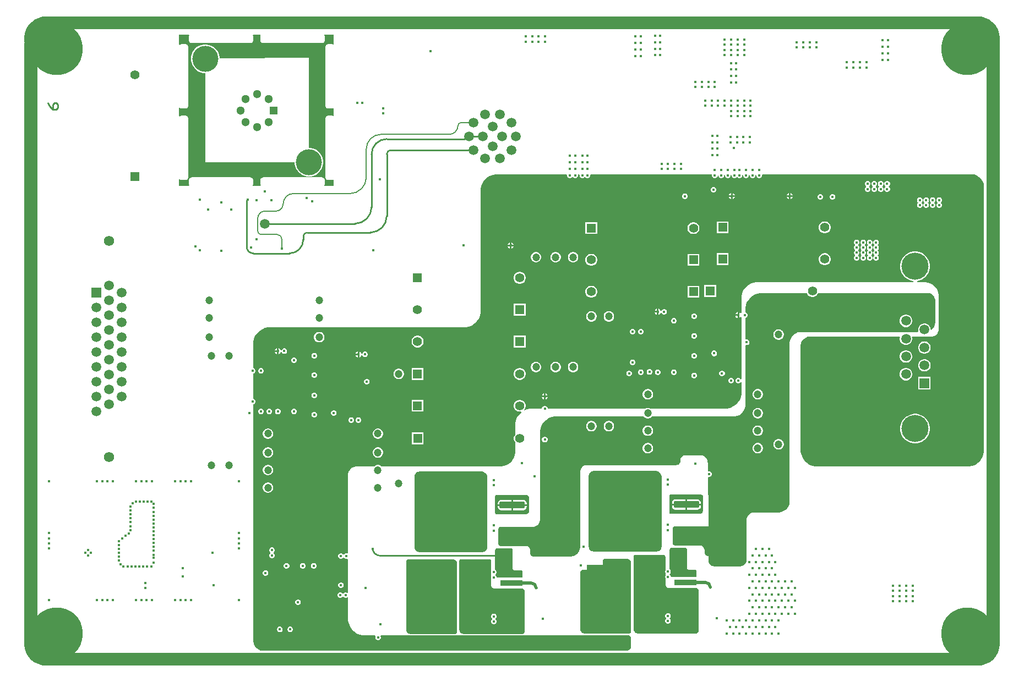
<source format=gbr>
%TF.GenerationSoftware,Altium Limited,Altium Designer,24.2.2 (26)*%
G04 Layer_Physical_Order=6*
G04 Layer_Color=16711680*
%FSLAX45Y45*%
%MOMM*%
%TF.SameCoordinates,B61E387C-C652-4A73-A4A4-6DD95E315EF5*%
%TF.FilePolarity,Positive*%
%TF.FileFunction,Copper,L6,Bot,Signal*%
%TF.Part,Single*%
G01*
G75*
%TA.AperFunction,Conductor*%
%ADD10C,0.25400*%
%ADD12C,0.15000*%
%ADD13C,0.50000*%
%TA.AperFunction,NonConductor*%
%ADD82C,0.25400*%
%TA.AperFunction,ComponentPad*%
%ADD83C,1.42240*%
%ADD84R,1.42240X1.42240*%
%ADD85C,1.30000*%
%ADD86R,1.30000X1.30000*%
%ADD87C,1.50000*%
%ADD88C,1.20000*%
%ADD89R,1.42240X1.42240*%
%ADD90R,1.50000X1.50000*%
%ADD91C,1.57500*%
%ADD92C,1.50800*%
%ADD93R,1.50800X1.50800*%
%ADD94C,4.16600*%
%TA.AperFunction,ViaPad*%
%ADD95C,4.00000*%
%ADD96C,8.00000*%
%ADD97C,0.45000*%
%ADD98C,1.50000*%
%TA.AperFunction,SMDPad,CuDef*%
%ADD114R,9.91000X8.30000*%
G04:AMPARAMS|DCode=115|XSize=3.93mm|YSize=1.06mm|CornerRadius=0.265mm|HoleSize=0mm|Usage=FLASHONLY|Rotation=180.000|XOffset=0mm|YOffset=0mm|HoleType=Round|Shape=RoundedRectangle|*
%AMROUNDEDRECTD115*
21,1,3.93000,0.53000,0,0,180.0*
21,1,3.40000,1.06000,0,0,180.0*
1,1,0.53000,-1.70000,0.26500*
1,1,0.53000,1.70000,0.26500*
1,1,0.53000,1.70000,-0.26500*
1,1,0.53000,-1.70000,-0.26500*
%
%ADD115ROUNDEDRECTD115*%
%ADD116R,6.60400X10.48000*%
%ADD117R,3.40000X0.90000*%
G36*
X7360000Y12171421D02*
X7349969Y12165221D01*
X7347300Y12164633D01*
X7346792Y12164972D01*
X7337456Y12168840D01*
X7329653Y12170392D01*
X7270347D01*
X7262544Y12168840D01*
X7262543Y12168839D01*
X7253208Y12164972D01*
X7246593Y12160552D01*
X7239448Y12153407D01*
X7235027Y12146791D01*
X7231160Y12137456D01*
X7229608Y12129652D01*
Y12124600D01*
Y11225400D01*
Y11220347D01*
X7231160Y11212544D01*
X7235027Y11203208D01*
X7239448Y11196593D01*
X7246593Y11189448D01*
X7253208Y11185027D01*
X7262544Y11181160D01*
X7270347Y11179608D01*
X7329652D01*
X7337456Y11181160D01*
X7346792Y11185027D01*
X7347300Y11185367D01*
X7360000Y11178578D01*
Y11071421D01*
X7349969Y11065221D01*
X7347300Y11064633D01*
X7346792Y11064972D01*
X7337456Y11068840D01*
X7329653Y11070392D01*
X7270347D01*
X7262544Y11068840D01*
X7262543Y11068839D01*
X7253208Y11064973D01*
X7246593Y11060552D01*
X7239448Y11053407D01*
X7235027Y11046791D01*
X7231160Y11037456D01*
X7229608Y11029652D01*
Y11024600D01*
Y10125400D01*
Y10120348D01*
X7231160Y10112544D01*
X7235027Y10103208D01*
X7239448Y10096593D01*
X7246593Y10089448D01*
X7253208Y10085027D01*
X7262544Y10081160D01*
X7270347Y10079608D01*
X7329652D01*
X7337456Y10081160D01*
X7346792Y10085027D01*
X7347300Y10085367D01*
X7360000Y10078579D01*
Y9990000D01*
X7221421D01*
X7215221Y10000030D01*
X7214633Y10002700D01*
X7214972Y10003208D01*
X7218840Y10012544D01*
X7220392Y10020347D01*
Y10079652D01*
X7218840Y10087456D01*
X7218839Y10087456D01*
X7214972Y10096791D01*
X7210552Y10103407D01*
X7203407Y10110552D01*
X7196792Y10114972D01*
X7187456Y10118840D01*
X7179653Y10120392D01*
X6270347D01*
X6262544Y10118840D01*
X6262543Y10118839D01*
X6253208Y10114972D01*
X6246593Y10110552D01*
X6239448Y10103407D01*
X6235027Y10096791D01*
X6231160Y10087456D01*
X6229608Y10079652D01*
Y10020347D01*
X6231160Y10012544D01*
X6235027Y10003208D01*
X6235366Y10002700D01*
X6228578Y9990000D01*
X6121422D01*
X6115221Y10000030D01*
X6114633Y10002700D01*
X6114972Y10003208D01*
X6118840Y10012544D01*
X6120392Y10020347D01*
Y10079652D01*
X6118840Y10087456D01*
X6118839Y10087456D01*
X6114973Y10096791D01*
X6110552Y10103407D01*
X6103407Y10110552D01*
X6096792Y10114972D01*
X6087456Y10118840D01*
X6079653Y10120392D01*
X5170348D01*
X5162544Y10118840D01*
X5162543Y10118839D01*
X5153208Y10114972D01*
X5146593Y10110552D01*
X5139448Y10103407D01*
X5135027Y10096791D01*
X5131160Y10087456D01*
X5129608Y10079652D01*
Y10020347D01*
X5131160Y10012544D01*
X5135027Y10003208D01*
X5135367Y10002700D01*
X5128578Y9990000D01*
X4980000D01*
Y10088741D01*
X4992700Y10093340D01*
X4996592Y10089448D01*
X5003208Y10085028D01*
X5012544Y10081161D01*
X5020347Y10079608D01*
X5079652D01*
X5087456Y10081161D01*
X5096791Y10085028D01*
X5103407Y10089448D01*
X5110552Y10096593D01*
X5114972Y10103208D01*
X5118840Y10112544D01*
X5120392Y10120347D01*
Y10125400D01*
Y11024600D01*
Y11029653D01*
X5118840Y11037456D01*
X5118839Y11037457D01*
X5114972Y11046792D01*
X5110552Y11053407D01*
X5103407Y11060552D01*
X5096792Y11064973D01*
X5087456Y11068840D01*
X5079653Y11070392D01*
X5020347D01*
X5012544Y11068840D01*
X5012543Y11068839D01*
X5003208Y11064973D01*
X4996592Y11060552D01*
X4992700Y11056660D01*
X4980000Y11061260D01*
Y11188740D01*
X4992700Y11193340D01*
X4996592Y11189448D01*
X5003208Y11185027D01*
X5012544Y11181161D01*
X5020347Y11179608D01*
X5079652D01*
X5087456Y11181161D01*
X5096791Y11185027D01*
X5103407Y11189448D01*
X5110552Y11196593D01*
X5114972Y11203208D01*
X5118840Y11212544D01*
X5120392Y11220347D01*
Y11225400D01*
Y12124600D01*
Y12129652D01*
X5118840Y12137456D01*
X5118839Y12137457D01*
X5114972Y12146792D01*
X5110552Y12153407D01*
X5103407Y12160552D01*
X5096792Y12164972D01*
X5087456Y12168840D01*
X5079653Y12170392D01*
X5020347D01*
X5012544Y12168840D01*
X5012543Y12168839D01*
X5003208Y12164973D01*
X4996592Y12160552D01*
X4992700Y12156660D01*
X4980000Y12161260D01*
Y12320000D01*
X5130307D01*
X5131796Y12318600D01*
X5136703Y12307300D01*
X5135027Y12304791D01*
X5131160Y12295456D01*
X5129608Y12287652D01*
Y12228347D01*
X5131160Y12220544D01*
X5135027Y12211208D01*
X5139448Y12204593D01*
X5146593Y12197448D01*
X5153208Y12193027D01*
X5162544Y12189160D01*
X5170348Y12187608D01*
X6079652D01*
X6087456Y12189160D01*
X6096791Y12193027D01*
X6103407Y12197448D01*
X6110552Y12204593D01*
X6114972Y12211208D01*
X6118840Y12220544D01*
X6120392Y12228347D01*
Y12287652D01*
X6118840Y12295456D01*
X6118839Y12295456D01*
X6114973Y12304791D01*
X6113297Y12307300D01*
X6118203Y12318600D01*
X6119693Y12320000D01*
X6231080D01*
X6233862Y12316811D01*
X6237372Y12307300D01*
X6235027Y12303791D01*
X6231161Y12294456D01*
X6229608Y12286652D01*
Y12227347D01*
X6231161Y12219544D01*
X6235027Y12210208D01*
X6239448Y12203593D01*
X6246593Y12196448D01*
X6253208Y12192027D01*
X6262544Y12188160D01*
X6270348Y12186608D01*
X7179652D01*
X7187456Y12188160D01*
X7196792Y12192027D01*
X7203407Y12196448D01*
X7210552Y12203593D01*
X7214972Y12210208D01*
X7218840Y12219544D01*
X7220392Y12227347D01*
Y12286652D01*
X7218840Y12294456D01*
X7218839Y12294456D01*
X7214973Y12303791D01*
X7212628Y12307300D01*
X7216138Y12316811D01*
X7218920Y12320000D01*
X7360000D01*
Y12171421D01*
D02*
G37*
G36*
X17150000Y10170000D02*
X17170683D01*
X17211255Y10161929D01*
X17249472Y10146099D01*
X17283867Y10123117D01*
X17313116Y10093867D01*
X17336099Y10059472D01*
X17351929Y10021255D01*
X17360001Y9980683D01*
Y9960000D01*
X17360001Y5924000D01*
Y5898983D01*
X17350240Y5849911D01*
X17331091Y5803686D01*
X17303294Y5762084D01*
X17267915Y5726705D01*
X17226314Y5698908D01*
X17180089Y5679761D01*
X17131017Y5670000D01*
X14768983D01*
X14719911Y5679761D01*
X14673686Y5698908D01*
X14632085Y5726705D01*
X14596706Y5762084D01*
X14568909Y5803686D01*
X14549760Y5849911D01*
X14539999Y5898983D01*
Y5924000D01*
Y7520000D01*
Y7534774D01*
X14545764Y7563753D01*
X14557071Y7591051D01*
X14573486Y7615619D01*
X14594380Y7636512D01*
X14618948Y7652928D01*
X14646246Y7664235D01*
X14675226Y7670000D01*
X16057646D01*
X16065376Y7659924D01*
X16062601Y7649560D01*
Y7624440D01*
X16069101Y7600177D01*
X16081660Y7578423D01*
X16099423Y7560661D01*
X16121178Y7548101D01*
X16145441Y7541600D01*
X16170560D01*
X16194823Y7548101D01*
X16216577Y7560661D01*
X16234338Y7578423D01*
X16246898Y7600177D01*
X16253400Y7624440D01*
Y7649560D01*
X16250623Y7659924D01*
X16258354Y7670000D01*
X16560001D01*
Y7670000D01*
X16569801Y7670481D01*
X16589027Y7674306D01*
X16607140Y7681808D01*
X16623439Y7692699D01*
X16637302Y7706561D01*
X16648192Y7722860D01*
X16655695Y7740971D01*
X16659518Y7760198D01*
X16660001Y7770000D01*
X16660001Y8290000D01*
X16660001D01*
X16658940Y8311564D01*
X16650526Y8353862D01*
X16634023Y8393707D01*
X16610062Y8429566D01*
X16579565Y8460062D01*
X16543707Y8484022D01*
X16503862Y8500527D01*
X16461563Y8508940D01*
X16439999Y8510000D01*
X16331276D01*
X16330025Y8522700D01*
X16366592Y8529974D01*
X16408141Y8547183D01*
X16445534Y8572168D01*
X16477332Y8603967D01*
X16502316Y8641359D01*
X16519527Y8682907D01*
X16528300Y8727014D01*
Y8771986D01*
X16519527Y8816093D01*
X16502316Y8857640D01*
X16477332Y8895033D01*
X16445534Y8926832D01*
X16408141Y8951816D01*
X16366592Y8969026D01*
X16322485Y8977800D01*
X16277515D01*
X16233408Y8969026D01*
X16191859Y8951816D01*
X16154466Y8926832D01*
X16122668Y8895033D01*
X16097684Y8857640D01*
X16080473Y8816093D01*
X16071700Y8771986D01*
Y8727014D01*
X16080473Y8682907D01*
X16097684Y8641359D01*
X16122668Y8603967D01*
X16154466Y8572168D01*
X16191859Y8547183D01*
X16233408Y8529974D01*
X16269975Y8522700D01*
X16268724Y8510000D01*
X13880000Y8510000D01*
X13855496Y8508796D01*
X13807430Y8499235D01*
X13762151Y8480480D01*
X13721402Y8453253D01*
X13686748Y8418598D01*
X13659520Y8377849D01*
X13640765Y8332571D01*
X13631204Y8284504D01*
X13630000Y8260000D01*
Y8035118D01*
X13617300Y8030441D01*
X13607133Y8040607D01*
X13592700Y8046586D01*
Y8000000D01*
Y7953414D01*
X13607133Y7959393D01*
X13617300Y7969559D01*
X13630000Y7964882D01*
Y7013534D01*
X13617300Y7011008D01*
X13616029Y7014074D01*
X13604074Y7026030D01*
X13588454Y7032500D01*
X13571545D01*
X13555927Y7026030D01*
X13543970Y7014074D01*
X13537500Y6998454D01*
Y6981546D01*
X13543970Y6965926D01*
X13555927Y6953970D01*
X13571545Y6947500D01*
X13588454D01*
X13604074Y6953970D01*
X13616029Y6965926D01*
X13617300Y6968992D01*
X13630000Y6966466D01*
Y6788983D01*
X13620239Y6739911D01*
X13601093Y6693686D01*
X13573294Y6652084D01*
X13537915Y6616705D01*
X13496313Y6588908D01*
X13450089Y6569761D01*
X13401018Y6560000D01*
X12228756D01*
X12220879Y6564548D01*
X12200532Y6570000D01*
X12179468D01*
X12159121Y6564548D01*
X12151244Y6560000D01*
X10646502D01*
Y6565433D01*
X10640032Y6581053D01*
X10628076Y6593009D01*
X10612456Y6599479D01*
X10595548D01*
X10579928Y6593009D01*
X10567972Y6581053D01*
X10561502Y6565433D01*
Y6560000D01*
X10404000D01*
Y6560000D01*
X10379103Y6558777D01*
X10330268Y6549063D01*
X10295507Y6534664D01*
X10288313Y6545431D01*
X10290935Y6548053D01*
X10302931Y6568831D01*
X10309141Y6592006D01*
Y6615998D01*
X10302931Y6639173D01*
X10290935Y6659951D01*
X10273970Y6676916D01*
X10253192Y6688912D01*
X10230017Y6695122D01*
X10206025D01*
X10182850Y6688912D01*
X10162072Y6676916D01*
X10145106Y6659951D01*
X10133110Y6639173D01*
X10126901Y6615998D01*
Y6592006D01*
X10133110Y6568831D01*
X10145106Y6548053D01*
X10162072Y6531088D01*
X10182850Y6519092D01*
X10206025Y6512882D01*
X10230017D01*
X10239631Y6515458D01*
X10244943Y6503733D01*
X10242864Y6502344D01*
X10207655Y6467136D01*
X10179992Y6425735D01*
X10160937Y6379732D01*
X10151223Y6330896D01*
X10150000Y6306000D01*
Y6158864D01*
X10147086Y6155949D01*
X10135089Y6135171D01*
X10128880Y6111996D01*
Y6088004D01*
X10135089Y6064829D01*
X10147086Y6044051D01*
X10150000Y6041137D01*
Y5910000D01*
X10150000D01*
Y5886362D01*
X10140777Y5839995D01*
X10122685Y5796318D01*
X10096420Y5757009D01*
X10062991Y5723580D01*
X10023682Y5697315D01*
X9980005Y5679223D01*
X9933638Y5670000D01*
X9910000D01*
X8095160Y5670000D01*
X8087142Y5678018D01*
X8068900Y5688550D01*
X8048553Y5694002D01*
X8027489D01*
X8007142Y5688550D01*
X7988900Y5678018D01*
X7980882Y5670000D01*
X7710000D01*
X7697258Y5669374D01*
X7672263Y5664402D01*
X7648718Y5654650D01*
X7627529Y5640491D01*
X7609509Y5622471D01*
X7595350Y5601282D01*
X7585598Y5577737D01*
X7580626Y5552742D01*
X7580000Y5540000D01*
Y4336697D01*
X7567300Y4328836D01*
X7558454Y4332500D01*
X7541547D01*
X7525926Y4326030D01*
X7518076Y4318179D01*
X7510000Y4315427D01*
X7501925Y4318179D01*
X7494074Y4326030D01*
X7478454Y4332500D01*
X7461546D01*
X7445926Y4326030D01*
X7433970Y4314074D01*
X7427500Y4298454D01*
Y4281546D01*
X7433970Y4265926D01*
X7445926Y4253970D01*
X7461546Y4247500D01*
X7478454D01*
X7494074Y4253970D01*
X7501925Y4261821D01*
X7510000Y4264573D01*
X7518076Y4261821D01*
X7525926Y4253970D01*
X7541547Y4247500D01*
X7558454D01*
X7567300Y4251164D01*
X7580000Y4243303D01*
Y3728064D01*
X7567300Y3722804D01*
X7564074Y3726030D01*
X7548454Y3732500D01*
X7531547D01*
X7515926Y3726030D01*
X7508076Y3718179D01*
X7500000Y3715427D01*
X7491925Y3718179D01*
X7484074Y3726030D01*
X7468454Y3732500D01*
X7451546D01*
X7435926Y3726030D01*
X7423970Y3714074D01*
X7417500Y3698454D01*
Y3681546D01*
X7423970Y3665926D01*
X7435926Y3653970D01*
X7451546Y3647500D01*
X7468454D01*
X7484074Y3653970D01*
X7491925Y3661821D01*
X7500000Y3664573D01*
X7508076Y3661821D01*
X7515926Y3653970D01*
X7531547Y3647500D01*
X7548454D01*
X7564074Y3653970D01*
X7567300Y3657196D01*
X7580000Y3651936D01*
Y3324000D01*
X7580000D01*
X7581223Y3299103D01*
X7590937Y3250268D01*
X7609992Y3204265D01*
X7637656Y3162864D01*
X7672864Y3127655D01*
X7714265Y3099992D01*
X7760268Y3080937D01*
X7809104Y3071223D01*
X7834000Y3070000D01*
X7993303D01*
X8001165Y3057300D01*
X7997500Y3048454D01*
Y3031546D01*
X8003971Y3015926D01*
X8015926Y3003970D01*
X8031547Y2997500D01*
X8048454D01*
X8064074Y3003970D01*
X8076030Y3015926D01*
X8082500Y3031546D01*
Y3048454D01*
X8078836Y3057300D01*
X8086697Y3070000D01*
X11890000Y3070000D01*
X11897889D01*
X11912467Y3063962D01*
X11923625Y3052804D01*
X11929663Y3038226D01*
Y2893139D01*
X11929662Y2893138D01*
X11928385Y2880168D01*
X11916666Y2856886D01*
X11897352Y2839381D01*
X11873033Y2830000D01*
X6264241D01*
X6233329Y2836149D01*
X6204211Y2848210D01*
X6178006Y2865720D01*
X6155720Y2888006D01*
X6138210Y2914211D01*
X6126149Y2943329D01*
X6120000Y2974241D01*
Y2990000D01*
Y6623896D01*
X6121975D01*
X6137596Y6630366D01*
X6149551Y6642322D01*
X6156021Y6657942D01*
Y6674849D01*
X6149551Y6690470D01*
X6137596Y6702426D01*
X6121975Y6708896D01*
X6120000D01*
Y7097109D01*
X6121975D01*
X6137596Y7103579D01*
X6149551Y7115535D01*
X6156021Y7131155D01*
Y7148063D01*
X6149551Y7163683D01*
X6137596Y7175639D01*
X6121975Y7182109D01*
X6120000D01*
Y7556000D01*
Y7581017D01*
X6129761Y7630089D01*
X6148908Y7676314D01*
X6176705Y7717915D01*
X6212084Y7753294D01*
X6253686Y7781092D01*
X6299911Y7800239D01*
X6348983Y7810000D01*
X9366000D01*
Y7810000D01*
X9390896Y7811223D01*
X9439732Y7820937D01*
X9485735Y7839992D01*
X9527136Y7867655D01*
X9562344Y7902864D01*
X9590008Y7944265D01*
X9609063Y7990267D01*
X9618777Y8039103D01*
X9620000Y8064000D01*
X9620000Y9916000D01*
Y9941017D01*
X9629761Y9990089D01*
X9648908Y10036314D01*
X9676705Y10077915D01*
X9712084Y10113294D01*
X9753686Y10141092D01*
X9799911Y10160239D01*
X9848983Y10170000D01*
X10940853D01*
X10947909Y10159440D01*
X10947500Y10158454D01*
Y10141546D01*
X10953970Y10125926D01*
X10965926Y10113970D01*
X10981546Y10107500D01*
X10998454D01*
X11014074Y10113970D01*
X11021924Y10121820D01*
X11030000Y10124573D01*
X11038076Y10121820D01*
X11045926Y10113970D01*
X11061546Y10107500D01*
X11078454D01*
X11094074Y10113970D01*
X11106030Y10125926D01*
X11112500Y10141546D01*
Y10158454D01*
X11112091Y10159440D01*
X11118949Y10169704D01*
X11131051D01*
X11137909Y10159440D01*
X11137500Y10158454D01*
Y10141546D01*
X11143971Y10125926D01*
X11155926Y10113970D01*
X11171547Y10107500D01*
X11188454D01*
X11204074Y10113970D01*
X11211924Y10121820D01*
X11220000Y10124573D01*
X11228076Y10121820D01*
X11235926Y10113970D01*
X11251546Y10107500D01*
X11268454D01*
X11284074Y10113970D01*
X11296030Y10125926D01*
X11302500Y10141546D01*
Y10158454D01*
X11302091Y10159440D01*
X11309147Y10170000D01*
X13170853D01*
X13177908Y10159440D01*
X13177499Y10158454D01*
Y10141546D01*
X13183971Y10125926D01*
X13195926Y10113970D01*
X13211546Y10107500D01*
X13228455D01*
X13244073Y10113970D01*
X13256030Y10125926D01*
X13262500Y10141546D01*
Y10158453D01*
X13266280Y10158902D01*
X13277499Y10147147D01*
Y10141546D01*
X13283971Y10125926D01*
X13295926Y10113970D01*
X13311546Y10107500D01*
X13328455D01*
X13344073Y10113970D01*
X13356030Y10125926D01*
X13362500Y10141546D01*
Y10158453D01*
X13366280Y10158902D01*
X13377499Y10147147D01*
Y10141546D01*
X13383971Y10125926D01*
X13395926Y10113970D01*
X13411546Y10107500D01*
X13428455D01*
X13444073Y10113970D01*
X13456030Y10125926D01*
X13462500Y10141546D01*
Y10158453D01*
X13466280Y10158902D01*
X13477499Y10147147D01*
Y10141546D01*
X13483971Y10125926D01*
X13495926Y10113970D01*
X13511546Y10107500D01*
X13528455D01*
X13544073Y10113970D01*
X13551924Y10121820D01*
X13560001Y10124573D01*
X13568076Y10121820D01*
X13575926Y10113970D01*
X13591547Y10107500D01*
X13608453D01*
X13624074Y10113970D01*
X13636031Y10125926D01*
X13642500Y10141546D01*
Y10158453D01*
X13646278Y10158902D01*
X13657500Y10147147D01*
Y10141546D01*
X13663969Y10125926D01*
X13675926Y10113970D01*
X13691547Y10107500D01*
X13708453D01*
X13724074Y10113970D01*
X13736031Y10125926D01*
X13742500Y10141546D01*
Y10158453D01*
X13746278Y10158902D01*
X13757500Y10147147D01*
Y10141546D01*
X13763969Y10125926D01*
X13775926Y10113970D01*
X13791547Y10107500D01*
X13808453D01*
X13824074Y10113970D01*
X13836031Y10125926D01*
X13842500Y10141546D01*
Y10158453D01*
X13846278Y10158902D01*
X13857500Y10147147D01*
Y10141546D01*
X13863969Y10125926D01*
X13875926Y10113970D01*
X13891547Y10107500D01*
X13908453D01*
X13924074Y10113970D01*
X13936031Y10125926D01*
X13942500Y10141546D01*
Y10158454D01*
X13942091Y10159440D01*
X13949147Y10170000D01*
X17150000D01*
Y10170000D01*
D02*
G37*
G36*
X16525003Y8335388D02*
X16546841Y8326343D01*
X16566495Y8313210D01*
X16583211Y8296495D01*
X16596342Y8276841D01*
X16605388Y8255003D01*
X16610001Y8231819D01*
Y7900000D01*
X16610001Y7900000D01*
X16610001Y7884241D01*
X16603851Y7853329D01*
X16591789Y7824211D01*
X16574280Y7798006D01*
X16551994Y7775720D01*
X16548599Y7773452D01*
X16537399Y7779439D01*
Y7786559D01*
X16530898Y7810823D01*
X16518340Y7832577D01*
X16500577Y7850339D01*
X16478822Y7862898D01*
X16454559Y7869400D01*
X16429440D01*
X16405177Y7862898D01*
X16383423Y7850339D01*
X16365662Y7832577D01*
X16353101Y7810823D01*
X16346600Y7786559D01*
Y7761440D01*
X16349644Y7750076D01*
X16341914Y7740000D01*
X14550000Y7740000D01*
X14549998Y7739999D01*
X14532356Y7739132D01*
X14497748Y7732248D01*
X14465147Y7718745D01*
X14435809Y7699141D01*
X14410858Y7674190D01*
X14391254Y7644851D01*
X14377751Y7612251D01*
X14370866Y7577643D01*
X14370000Y7560000D01*
Y5140000D01*
Y5122271D01*
X14363083Y5087496D01*
X14349513Y5054738D01*
X14329816Y5025256D01*
X14304742Y5000185D01*
X14275262Y4980486D01*
X14242503Y4966917D01*
X14207729Y4960000D01*
X13820000D01*
Y4960000D01*
X13809218Y4959470D01*
X13788069Y4955263D01*
X13768146Y4947011D01*
X13750217Y4935031D01*
X13734969Y4919783D01*
X13722989Y4901853D01*
X13714737Y4881931D01*
X13710530Y4860782D01*
X13710001Y4850000D01*
X13710001Y4240000D01*
Y4229166D01*
X13705772Y4207914D01*
X13697481Y4187895D01*
X13685443Y4169879D01*
X13670120Y4154557D01*
X13652106Y4142519D01*
X13632086Y4134227D01*
X13610834Y4130000D01*
X13220000D01*
Y4130000D01*
X13210152D01*
X13190831Y4133843D01*
X13172632Y4141381D01*
X13156255Y4152325D01*
X13142325Y4166254D01*
X13131381Y4182632D01*
X13123843Y4200831D01*
X13120000Y4220151D01*
Y4230000D01*
Y4290000D01*
X13108064D01*
X13086012Y4299134D01*
X13069135Y4316013D01*
X13060001Y4338065D01*
Y4350000D01*
Y4390000D01*
X13058847Y4401705D01*
X13049889Y4423334D01*
X13033334Y4439888D01*
X13011705Y4448847D01*
X13000000Y4450000D01*
X12602043D01*
X12587342Y4456089D01*
X12576089Y4467342D01*
X12570000Y4482043D01*
Y4490000D01*
Y4710000D01*
Y4717956D01*
X12576089Y4732658D01*
X12587342Y4743910D01*
X12602043Y4750000D01*
X13120000D01*
X13120000Y5217300D01*
X13120000Y5230000D01*
X13119382D01*
X13110001Y5239381D01*
X13110001Y5500853D01*
X13118604Y5506602D01*
X13122701Y5507500D01*
X13138454D01*
X13154074Y5513970D01*
X13166029Y5525926D01*
X13172501Y5541546D01*
Y5558454D01*
X13166029Y5574074D01*
X13154074Y5586030D01*
X13138454Y5592500D01*
X13121547D01*
X13110001Y5601464D01*
X13109999Y5730000D01*
X13110001D01*
X13109999Y5730000D01*
X13109998Y5730018D01*
X13109470Y5740782D01*
X13109283Y5741712D01*
X13105263Y5761931D01*
X13097011Y5781853D01*
X13085031Y5799783D01*
X13069783Y5815031D01*
X13051852Y5827011D01*
X13031931Y5835263D01*
X13010780Y5839470D01*
X13000000Y5839999D01*
X12760000Y5840000D01*
X12753139Y5839663D01*
X12739680Y5836986D01*
X12727002Y5831734D01*
X12715592Y5824111D01*
X12705889Y5814407D01*
X12698265Y5802998D01*
X12693014Y5790320D01*
X12690337Y5776861D01*
X12690000Y5770000D01*
Y5753105D01*
X12687310Y5739582D01*
X12682033Y5726842D01*
X12674372Y5715377D01*
X12664622Y5705627D01*
X12653157Y5697967D01*
X12640418Y5692690D01*
X12626894Y5690000D01*
X12620000D01*
X11250000Y5690000D01*
X11250000Y5689999D01*
X11240198Y5689518D01*
X11220971Y5685693D01*
X11202860Y5678191D01*
X11186561Y5667300D01*
X11172699Y5653439D01*
X11161808Y5637139D01*
X11154306Y5619028D01*
X11150481Y5599801D01*
X11150000Y5590000D01*
Y4440000D01*
X11150000D01*
Y4424361D01*
X11143897Y4393683D01*
X11131928Y4364786D01*
X11114551Y4338779D01*
X11092433Y4316662D01*
X11066426Y4299284D01*
X11037529Y4287315D01*
X11006851Y4281213D01*
X10991212D01*
X10859171D01*
X10859170Y4281212D01*
X10429279D01*
X10407227Y4290347D01*
X10390348Y4307225D01*
X10381214Y4329277D01*
Y4381212D01*
X10380061Y4392918D01*
X10371102Y4414546D01*
X10354548Y4431100D01*
X10332919Y4440059D01*
X10321214Y4441212D01*
X9931213D01*
X9923257Y4441212D01*
X9908555Y4447301D01*
X9897303Y4458554D01*
X9891214Y4473255D01*
X9891214Y4481212D01*
Y4481212D01*
Y4701212D01*
Y4709169D01*
X9892890Y4713216D01*
X9892891Y4713218D01*
X9897303Y4723870D01*
X9908555Y4735123D01*
X9920734Y4740167D01*
X9923257Y4741212D01*
X10420009D01*
X10430725Y4741679D01*
X10432375Y4741998D01*
X10451781Y4745746D01*
X10471639Y4753843D01*
X10489536Y4765658D01*
X10504784Y4780738D01*
X10516797Y4798503D01*
X10525113Y4818270D01*
X10529413Y4839280D01*
X10529999Y4849999D01*
X10530000Y5915999D01*
X10530000Y5916000D01*
X10530311Y5928571D01*
X10530459Y5931576D01*
X10530917Y5937794D01*
X10531223Y5940896D01*
X10530000Y6186000D01*
X10530001Y6186000D01*
X10530000D01*
Y6211017D01*
X10539761Y6260089D01*
X10558908Y6306314D01*
X10586706Y6347915D01*
X10622084Y6383294D01*
X10663686Y6411092D01*
X10709911Y6430239D01*
X10758983Y6440000D01*
X10784000D01*
X12126863Y6440000D01*
X12140879Y6425984D01*
X12159121Y6415452D01*
X12179468Y6410000D01*
X12200532D01*
X12220879Y6415452D01*
X12239121Y6425984D01*
X12253137Y6440000D01*
X13510001Y6440000D01*
X13527643Y6440867D01*
X13562251Y6447751D01*
X13594852Y6461254D01*
X13624190Y6480858D01*
X13649141Y6505809D01*
X13668745Y6535148D01*
X13682249Y6567749D01*
X13689133Y6602357D01*
X13689999Y6620000D01*
Y6844016D01*
X13689999Y7530853D01*
X13700560Y7537909D01*
X13701546Y7537500D01*
X13718454D01*
X13734074Y7543970D01*
X13746030Y7555926D01*
X13752499Y7571546D01*
Y7588454D01*
X13746030Y7604074D01*
X13734074Y7616030D01*
X13718454Y7622500D01*
X13702699D01*
X13698604Y7623398D01*
X13689999Y7629147D01*
X13689999Y7958141D01*
X13704074Y7963970D01*
X13716029Y7975926D01*
X13722501Y7991546D01*
Y8008454D01*
X13716029Y8024074D01*
X13704074Y8036030D01*
X13689999Y8041859D01*
Y8086000D01*
X13689999D01*
Y8111017D01*
X13699760Y8160089D01*
X13718909Y8206314D01*
X13746706Y8247915D01*
X13782085Y8283294D01*
X13823686Y8311092D01*
X13869911Y8330239D01*
X13918983Y8340000D01*
X13944000D01*
X14633704D01*
X14635091Y8334829D01*
X14647086Y8314051D01*
X14664050Y8297086D01*
X14684830Y8285090D01*
X14708005Y8278880D01*
X14731996D01*
X14755171Y8285090D01*
X14775949Y8297086D01*
X14792914Y8314051D01*
X14804910Y8334829D01*
X14806296Y8340000D01*
X16489999Y8340000D01*
X16501819D01*
X16525003Y8335388D01*
D02*
G37*
G36*
X13022658Y5233910D02*
X13033910Y5222658D01*
X13039999Y5207956D01*
Y5200000D01*
Y4990000D01*
Y4980054D01*
X13032388Y4961677D01*
X13018323Y4947612D01*
X12999945Y4940000D01*
X12544032D01*
X12533006Y4944567D01*
X12524567Y4953006D01*
X12520000Y4964032D01*
Y4970000D01*
Y5220000D01*
Y5223978D01*
X12523045Y5231329D01*
X12528671Y5236955D01*
X12536021Y5240000D01*
X13007956D01*
X13022658Y5233910D01*
D02*
G37*
G36*
X10343872Y5225123D02*
X10355124Y5213870D01*
X10361214Y5199169D01*
Y5191212D01*
Y4981212D01*
Y4971267D01*
X10353602Y4952890D01*
X10339536Y4938824D01*
X10321159Y4931212D01*
X9865246D01*
X9854220Y4935780D01*
X9845781Y4944219D01*
X9841214Y4955245D01*
Y4961212D01*
Y5211212D01*
Y5215190D01*
X9844258Y5222541D01*
X9849885Y5228167D01*
X9857235Y5231212D01*
X10329170D01*
X10343872Y5225123D01*
D02*
G37*
G36*
X12336252Y5596541D02*
X12352631Y5589757D01*
X12367371Y5579907D01*
X12379907Y5567371D01*
X12389757Y5552631D01*
X12396541Y5536252D01*
X12400000Y5518864D01*
Y5510000D01*
Y4440000D01*
Y4432121D01*
X12396925Y4416665D01*
X12390895Y4402106D01*
X12382140Y4389003D01*
X12370997Y4377860D01*
X12357894Y4369105D01*
X12343335Y4363074D01*
X12327879Y4360000D01*
X11352121D01*
X11336665Y4363074D01*
X11322106Y4369105D01*
X11309003Y4377860D01*
X11297860Y4389003D01*
X11289105Y4402106D01*
X11283074Y4416665D01*
X11280000Y4432121D01*
Y4440000D01*
Y5520000D01*
Y5527879D01*
X11283074Y5543335D01*
X11289105Y5557894D01*
X11297860Y5570997D01*
X11309003Y5582140D01*
X11322106Y5590895D01*
X11336665Y5596926D01*
X11352121Y5600000D01*
X12318864D01*
X12336252Y5596541D01*
D02*
G37*
G36*
X9657466Y5587754D02*
X9673845Y5580969D01*
X9688585Y5571120D01*
X9701121Y5558584D01*
X9710971Y5543843D01*
X9717755Y5527464D01*
X9721214Y5510076D01*
Y5501212D01*
Y4431212D01*
Y4423333D01*
X9718139Y4407877D01*
X9712109Y4393318D01*
X9703354Y4380215D01*
X9692210Y4369072D01*
X9679108Y4360317D01*
X9664549Y4354286D01*
X9649093Y4351212D01*
X8673334D01*
X8657879Y4354286D01*
X8643320Y4360317D01*
X8630217Y4369072D01*
X8619073Y4380215D01*
X8610319Y4393318D01*
X8604288Y4407877D01*
X8601214Y4423333D01*
Y4431212D01*
Y5511212D01*
Y5519091D01*
X8604288Y5534547D01*
X8610319Y5549106D01*
X8619073Y5562209D01*
X8630217Y5573352D01*
X8643320Y5582107D01*
X8657879Y5588138D01*
X8673334Y5591212D01*
X9640078D01*
X9657466Y5587754D01*
D02*
G37*
G36*
X12776993Y4415433D02*
X12785432Y4406993D01*
X12790000Y4395967D01*
Y4110000D01*
X12790576Y4104147D01*
X12795056Y4093333D01*
X12803333Y4085056D01*
X12814146Y4080576D01*
X12820000Y4080000D01*
X12923978D01*
X12931329Y4076955D01*
X12936955Y4071329D01*
X12939999Y4063978D01*
Y3986021D01*
X12936955Y3978671D01*
X12931329Y3973045D01*
X12923978Y3970000D01*
X12552043D01*
X12542500Y3973953D01*
Y3978454D01*
X12536030Y3994074D01*
X12528179Y4001924D01*
X12525427Y4010000D01*
X12528179Y4018076D01*
X12536030Y4025926D01*
X12542500Y4041546D01*
Y4058454D01*
X12536030Y4074074D01*
X12524074Y4086030D01*
X12520000Y4087717D01*
Y4387956D01*
X12526090Y4402658D01*
X12537342Y4413910D01*
X12552043Y4420000D01*
X12765967D01*
X12776993Y4415433D01*
D02*
G37*
G36*
X10098207Y4406645D02*
X10106646Y4398206D01*
X10111214Y4387180D01*
Y4101212D01*
X10111790Y4095359D01*
X10116270Y4084545D01*
X10124546Y4076268D01*
X10135361Y4071789D01*
X10141214Y4071212D01*
X10245192D01*
X10252543Y4068167D01*
X10258169Y4062541D01*
X10261214Y4055191D01*
Y3977234D01*
X10258169Y3969883D01*
X10252543Y3964257D01*
X10245192Y3961212D01*
X9873257D01*
X9863714Y3965165D01*
Y3969666D01*
X9857243Y3985286D01*
X9849393Y3993137D01*
X9846641Y4001212D01*
X9849393Y4009288D01*
X9857243Y4017138D01*
X9863714Y4032759D01*
Y4049666D01*
X9857243Y4065287D01*
X9845288Y4077242D01*
X9841214Y4078930D01*
Y4379169D01*
X9847303Y4393870D01*
X9858556Y4405123D01*
X9873257Y4411212D01*
X10087181D01*
X10098207Y4406645D01*
D02*
G37*
G36*
X12442658Y4303910D02*
X12453910Y4292658D01*
X12460000Y4277956D01*
Y4064489D01*
X12457500Y4058454D01*
Y4041546D01*
X12460000Y4035511D01*
Y3984489D01*
X12457500Y3978454D01*
Y3961546D01*
X12460000Y3955511D01*
Y3850000D01*
X12460961Y3840245D01*
X12468426Y3822221D01*
X12482221Y3808426D01*
X12500245Y3800961D01*
X12510000Y3800000D01*
X12937956D01*
X12952658Y3793910D01*
X12963910Y3782658D01*
X12970000Y3767956D01*
Y3760000D01*
Y3140000D01*
Y3132043D01*
X12963910Y3117341D01*
X12952658Y3106089D01*
X12937956Y3100000D01*
X12033105D01*
X12019581Y3102690D01*
X12006842Y3107967D01*
X11995377Y3115627D01*
X11985627Y3125377D01*
X11977967Y3136842D01*
X11972690Y3149581D01*
X11970000Y3163105D01*
Y3170000D01*
Y4280000D01*
Y4285967D01*
X11974567Y4296993D01*
X11983006Y4305433D01*
X11994033Y4310000D01*
X12427956D01*
X12442658Y4303910D01*
D02*
G37*
G36*
X11903987Y4240865D02*
X11920865Y4223987D01*
X11930000Y4201935D01*
Y4190000D01*
Y3130000D01*
Y3124032D01*
X11925432Y3113006D01*
X11916993Y3104567D01*
X11905967Y3100000D01*
X11213105D01*
X11199582Y3102690D01*
X11186842Y3107967D01*
X11175377Y3115627D01*
X11165627Y3125377D01*
X11157967Y3136842D01*
X11152690Y3149582D01*
X11150000Y3163105D01*
Y3170000D01*
Y4040000D01*
Y4047956D01*
X11156089Y4062658D01*
X11167342Y4073910D01*
X11182043Y4080000D01*
X11470000D01*
X11475853Y4080576D01*
X11486667Y4085056D01*
X11494944Y4093333D01*
X11499423Y4104147D01*
X11500000Y4110000D01*
Y4220000D01*
Y4225967D01*
X11504567Y4236994D01*
X11513006Y4245432D01*
X11524032Y4250000D01*
X11881935D01*
X11903987Y4240865D01*
D02*
G37*
G36*
X9772017Y4236770D02*
X9777984Y4230803D01*
X9781214Y4223006D01*
Y4055701D01*
X9778714Y4049666D01*
Y4032759D01*
X9781214Y4026723D01*
Y3975701D01*
X9778714Y3969666D01*
Y3952759D01*
X9781214Y3946723D01*
Y3841212D01*
X9781214D01*
X9782175Y3831458D01*
X9789641Y3813434D01*
X9803435Y3799639D01*
X9821459Y3792173D01*
X9831214Y3791213D01*
X10259170Y3791212D01*
X10273872Y3785122D01*
X10285124Y3773870D01*
X10291214Y3759169D01*
Y3751212D01*
Y3131212D01*
X10291214D01*
Y3123256D01*
X10285124Y3108554D01*
X10273872Y3097302D01*
X10259170Y3091213D01*
X10251214D01*
X9361214Y3091212D01*
X9354319D01*
X9340795Y3093902D01*
X9328056Y3099179D01*
X9316591Y3106840D01*
X9306841Y3116590D01*
X9299181Y3128055D01*
X9293904Y3140794D01*
X9291214Y3154318D01*
Y3161212D01*
Y4220000D01*
X9291214Y4220000D01*
X9294188Y4231468D01*
X9299107Y4236704D01*
X9306142Y4239879D01*
X9310000Y4240000D01*
X9764219Y4240000D01*
X9772017Y4236770D01*
D02*
G37*
G36*
X9225201Y4232078D02*
X9242079Y4215199D01*
X9251214Y4193147D01*
Y4181212D01*
Y3121212D01*
Y3115245D01*
X9246646Y3104219D01*
X9238207Y3095779D01*
X9227181Y3091212D01*
X8534319D01*
X8520796Y3093902D01*
X8508056Y3099179D01*
X8496591Y3106840D01*
X8486841Y3116590D01*
X8479180Y3128055D01*
X8473904Y3140794D01*
X8471214Y3154318D01*
Y3161212D01*
Y4201212D01*
Y4209169D01*
X8477303Y4223870D01*
X8488555Y4235123D01*
X8503257Y4241212D01*
X9203148D01*
X9225201Y4232078D01*
D02*
G37*
G36*
X17325117Y12593095D02*
X17368211Y12581549D01*
X17409431Y12564474D01*
X17448067Y12542168D01*
X17483463Y12515009D01*
X17515009Y12483461D01*
X17542169Y12448066D01*
X17564474Y12409431D01*
X17581549Y12368212D01*
X17593095Y12325118D01*
X17598920Y12280886D01*
Y12258578D01*
Y2941421D01*
Y2919115D01*
X17593095Y2874881D01*
X17581549Y2831788D01*
X17564474Y2790568D01*
X17542169Y2751932D01*
X17515009Y2716538D01*
X17483463Y2684990D01*
X17448067Y2657830D01*
X17409431Y2635525D01*
X17368211Y2618451D01*
X17325117Y2606904D01*
X17280885Y2601081D01*
X2919115D01*
X2874883Y2606904D01*
X2831788Y2618451D01*
X2790568Y2635525D01*
X2751932Y2657831D01*
X2716538Y2684990D01*
X2684990Y2716538D01*
X2657830Y2751934D01*
X2635525Y2790569D01*
X2618451Y2831788D01*
X2606904Y2874881D01*
X2601081Y2919115D01*
Y2941421D01*
Y12187299D01*
X2613781Y12199999D01*
X2771944Y12199999D01*
X2783696D01*
X2791837Y12199057D01*
X2799282Y12197270D01*
X2804530Y12194502D01*
X2809322Y12188169D01*
X2809369Y12188103D01*
X2814167Y12179862D01*
X2817993Y12170625D01*
X2820711Y12156963D01*
X2820710Y12143034D01*
X2817993Y12129373D01*
X2812662Y12116505D01*
X2807774Y12109190D01*
X2800163Y12100194D01*
X2799997Y12099999D01*
X2799998Y12099998D01*
X2800000Y3054000D01*
X2801223Y3029103D01*
X2810937Y2980268D01*
X2829992Y2934265D01*
X2857655Y2892864D01*
X2892864Y2857655D01*
X2934265Y2829992D01*
X2980268Y2810937D01*
X3029103Y2801223D01*
X3054000Y2800000D01*
X17146001D01*
X17170895Y2801223D01*
X17219733Y2810937D01*
X17265735Y2829992D01*
X17307137Y2857655D01*
X17342345Y2892864D01*
X17370007Y2934265D01*
X17389062Y2980268D01*
X17398776Y3029103D01*
X17400000Y3054000D01*
Y12146000D01*
X17398776Y12170896D01*
X17389062Y12219732D01*
X17370007Y12265735D01*
X17342345Y12307136D01*
X17307137Y12342345D01*
X17265735Y12370008D01*
X17219733Y12389063D01*
X17170895Y12398777D01*
X17146001Y12400000D01*
X3000000D01*
X2980397Y12399037D01*
X2941943Y12391388D01*
X2905721Y12376384D01*
X2873121Y12354602D01*
X2845398Y12326879D01*
X2823616Y12294279D01*
X2808612Y12258057D01*
X2800963Y12219603D01*
X2800494Y12210053D01*
X2800068Y12209384D01*
X2796702Y12205427D01*
X2788036Y12200000D01*
X2601081D01*
X2601081Y12212699D01*
Y12280885D01*
X2606904Y12325117D01*
X2618451Y12368212D01*
X2635525Y12409431D01*
X2657831Y12448067D01*
X2684990Y12483461D01*
X2716538Y12515009D01*
X2751934Y12542169D01*
X2790569Y12564475D01*
X2831788Y12581549D01*
X2874881Y12593095D01*
X2919113Y12598919D01*
X17280885D01*
X17325117Y12593095D01*
D02*
G37*
%LPC*%
G36*
X5403668Y12167000D02*
X5360332D01*
X5317828Y12158545D01*
X5277791Y12141961D01*
X5241758Y12117885D01*
X5211115Y12087242D01*
X5187039Y12051209D01*
X5170454Y12011171D01*
X5162000Y11968668D01*
Y11925332D01*
X5170454Y11882828D01*
X5187039Y11842791D01*
X5211115Y11806758D01*
X5241758Y11776115D01*
X5277791Y11752038D01*
X5317828Y11735454D01*
X5360332Y11727000D01*
X5382000D01*
Y10353194D01*
X6758471D01*
Y10331526D01*
X6766925Y10289023D01*
X6783509Y10248985D01*
X6807585Y10212952D01*
X6838229Y10182309D01*
X6874261Y10158233D01*
X6914299Y10141649D01*
X6956802Y10133194D01*
X7000138D01*
X7042642Y10141649D01*
X7082680Y10158233D01*
X7118712Y10182309D01*
X7149356Y10212952D01*
X7173432Y10248985D01*
X7190016Y10289023D01*
X7198470Y10331526D01*
Y10374862D01*
X7190016Y10417366D01*
X7173432Y10457403D01*
X7149356Y10493436D01*
X7118712Y10524079D01*
X7082680Y10548155D01*
X7042642Y10564740D01*
X7000138Y10573194D01*
X6980000D01*
Y11960000D01*
X5611016Y11948863D01*
X5602000Y11957807D01*
Y11968668D01*
X5593545Y12011171D01*
X5576961Y12051209D01*
X5552885Y12087242D01*
X5522242Y12117885D01*
X5486209Y12141961D01*
X5446171Y12158545D01*
X5403668Y12167000D01*
D02*
G37*
G36*
X15878455Y10062500D02*
X15861546D01*
X15845926Y10056029D01*
X15833971Y10044074D01*
X15827499Y10028453D01*
Y10011546D01*
X15833971Y9995926D01*
X15841821Y9988076D01*
X15844572Y9980000D01*
X15841821Y9971924D01*
X15833971Y9964074D01*
X15827499Y9948454D01*
Y9931546D01*
X15833971Y9915926D01*
X15845926Y9903970D01*
X15861546Y9897500D01*
X15878455D01*
X15894073Y9903970D01*
X15906030Y9915926D01*
X15912500Y9931546D01*
Y9948454D01*
X15906030Y9964074D01*
X15898180Y9971924D01*
X15895428Y9980000D01*
X15898180Y9988076D01*
X15906030Y9995926D01*
X15912500Y10011546D01*
Y10028453D01*
X15906030Y10044074D01*
X15894073Y10056029D01*
X15878455Y10062500D01*
D02*
G37*
G36*
X15778455D02*
X15761546D01*
X15745926Y10056029D01*
X15733971Y10044074D01*
X15727499Y10028453D01*
Y10011546D01*
X15733971Y9995926D01*
X15741821Y9988076D01*
X15744572Y9980000D01*
X15741821Y9971924D01*
X15733971Y9964074D01*
X15727499Y9948454D01*
Y9931546D01*
X15733971Y9915926D01*
X15745926Y9903970D01*
X15761546Y9897500D01*
X15778455D01*
X15794073Y9903970D01*
X15806030Y9915926D01*
X15812500Y9931546D01*
Y9948454D01*
X15806030Y9964074D01*
X15798180Y9971924D01*
X15795428Y9980000D01*
X15798180Y9988076D01*
X15806030Y9995926D01*
X15812500Y10011546D01*
Y10028453D01*
X15806030Y10044074D01*
X15794073Y10056029D01*
X15778455Y10062500D01*
D02*
G37*
G36*
X15678455D02*
X15661546D01*
X15645926Y10056029D01*
X15633971Y10044074D01*
X15627499Y10028453D01*
Y10011546D01*
X15633971Y9995926D01*
X15641821Y9988076D01*
X15644572Y9980000D01*
X15641821Y9971924D01*
X15633971Y9964074D01*
X15627499Y9948454D01*
Y9931546D01*
X15633971Y9915926D01*
X15645926Y9903970D01*
X15661546Y9897500D01*
X15678455D01*
X15694073Y9903970D01*
X15706030Y9915926D01*
X15712500Y9931546D01*
Y9948454D01*
X15706030Y9964074D01*
X15698180Y9971924D01*
X15695428Y9980000D01*
X15698180Y9988076D01*
X15706030Y9995926D01*
X15712500Y10011546D01*
Y10028453D01*
X15706030Y10044074D01*
X15694073Y10056029D01*
X15678455Y10062500D01*
D02*
G37*
G36*
X15578455D02*
X15561546D01*
X15545926Y10056029D01*
X15533971Y10044074D01*
X15527499Y10028453D01*
Y10011546D01*
X15533971Y9995926D01*
X15541821Y9988076D01*
X15544572Y9980000D01*
X15541821Y9971924D01*
X15533971Y9964074D01*
X15527499Y9948454D01*
Y9931546D01*
X15533971Y9915926D01*
X15545926Y9903970D01*
X15561546Y9897500D01*
X15578455D01*
X15594073Y9903970D01*
X15606030Y9915926D01*
X15612500Y9931546D01*
Y9948454D01*
X15606030Y9964074D01*
X15598180Y9971924D01*
X15595428Y9980000D01*
X15598180Y9988076D01*
X15606030Y9995926D01*
X15612500Y10011546D01*
Y10028453D01*
X15606030Y10044074D01*
X15594073Y10056029D01*
X15578455Y10062500D01*
D02*
G37*
G36*
X13208453Y9972500D02*
X13191547D01*
X13175926Y9966030D01*
X13163969Y9954074D01*
X13157500Y9938454D01*
Y9921546D01*
X13163969Y9905926D01*
X13175926Y9893970D01*
X13191547Y9887500D01*
X13208453D01*
X13224074Y9893970D01*
X13236031Y9905926D01*
X13242500Y9921546D01*
Y9938454D01*
X13236031Y9954074D01*
X13224074Y9966030D01*
X13208453Y9972500D01*
D02*
G37*
G36*
X14382700Y9876586D02*
Y9842700D01*
X14416586D01*
X14410606Y9857133D01*
X14397133Y9870607D01*
X14382700Y9876586D01*
D02*
G37*
G36*
X14357300D02*
X14342867Y9870607D01*
X14329391Y9857133D01*
X14323415Y9842700D01*
X14357300D01*
Y9876586D01*
D02*
G37*
G36*
X13492700D02*
Y9842700D01*
X13526585D01*
X13520607Y9857133D01*
X13507133Y9870607D01*
X13492700Y9876586D01*
D02*
G37*
G36*
X13467300D02*
X13452867Y9870607D01*
X13439392Y9857133D01*
X13433414Y9842700D01*
X13467300D01*
Y9876586D01*
D02*
G37*
G36*
X12768454Y9872500D02*
X12751546D01*
X12735926Y9866030D01*
X12723970Y9854074D01*
X12717500Y9838454D01*
Y9821546D01*
X12723970Y9805926D01*
X12735926Y9793970D01*
X12751546Y9787500D01*
X12768454D01*
X12784074Y9793970D01*
X12796030Y9805926D01*
X12802499Y9821546D01*
Y9838454D01*
X12796030Y9854074D01*
X12784074Y9866030D01*
X12768454Y9872500D01*
D02*
G37*
G36*
X14416586Y9817300D02*
X14382700D01*
Y9783414D01*
X14397133Y9789392D01*
X14410606Y9802867D01*
X14416586Y9817300D01*
D02*
G37*
G36*
X14357300D02*
X14323415D01*
X14329391Y9802867D01*
X14342867Y9789392D01*
X14357300Y9783414D01*
Y9817300D01*
D02*
G37*
G36*
X13526585D02*
X13492700D01*
Y9783414D01*
X13507133Y9789392D01*
X13520607Y9802867D01*
X13526585Y9817300D01*
D02*
G37*
G36*
X13467300D02*
X13433414D01*
X13439392Y9802867D01*
X13452867Y9789392D01*
X13467300Y9783414D01*
Y9817300D01*
D02*
G37*
G36*
X15038454Y9862500D02*
X15021545D01*
X15005927Y9856030D01*
X14993970Y9844074D01*
X14987500Y9828454D01*
Y9811546D01*
X14993970Y9795926D01*
X15005927Y9783970D01*
X15021545Y9777500D01*
X15038454D01*
X15054074Y9783970D01*
X15066029Y9795926D01*
X15072501Y9811546D01*
Y9828454D01*
X15066029Y9844074D01*
X15054074Y9856030D01*
X15038454Y9862500D01*
D02*
G37*
G36*
X14848454D02*
X14831546D01*
X14815926Y9856030D01*
X14803970Y9844074D01*
X14797501Y9828454D01*
Y9811546D01*
X14803970Y9795926D01*
X14815926Y9783970D01*
X14831546Y9777500D01*
X14848454D01*
X14864075Y9783970D01*
X14876030Y9795926D01*
X14882500Y9811546D01*
Y9828454D01*
X14876030Y9844074D01*
X14864075Y9856030D01*
X14848454Y9862500D01*
D02*
G37*
G36*
X16678455Y9812500D02*
X16661546D01*
X16645926Y9806029D01*
X16633971Y9794074D01*
X16627499Y9778453D01*
Y9761546D01*
X16633971Y9745926D01*
X16641821Y9738076D01*
X16644572Y9730000D01*
X16641821Y9721924D01*
X16633971Y9714074D01*
X16627499Y9698454D01*
Y9681546D01*
X16633971Y9665926D01*
X16645926Y9653970D01*
X16661546Y9647500D01*
X16678455D01*
X16694073Y9653970D01*
X16706030Y9665926D01*
X16712500Y9681546D01*
Y9698454D01*
X16706030Y9714074D01*
X16698180Y9721924D01*
X16695428Y9730000D01*
X16698180Y9738076D01*
X16706030Y9745926D01*
X16712500Y9761546D01*
Y9778453D01*
X16706030Y9794074D01*
X16694073Y9806029D01*
X16678455Y9812500D01*
D02*
G37*
G36*
X16578455D02*
X16561546D01*
X16545926Y9806029D01*
X16533971Y9794074D01*
X16527499Y9778453D01*
Y9761546D01*
X16533971Y9745926D01*
X16541821Y9738076D01*
X16544572Y9730000D01*
X16541821Y9721924D01*
X16533971Y9714074D01*
X16527499Y9698454D01*
Y9681546D01*
X16533971Y9665926D01*
X16545926Y9653970D01*
X16561546Y9647500D01*
X16578455D01*
X16594073Y9653970D01*
X16606030Y9665926D01*
X16612500Y9681546D01*
Y9698454D01*
X16606030Y9714074D01*
X16598180Y9721924D01*
X16595428Y9730000D01*
X16598180Y9738076D01*
X16606030Y9745926D01*
X16612500Y9761546D01*
Y9778453D01*
X16606030Y9794074D01*
X16594073Y9806029D01*
X16578455Y9812500D01*
D02*
G37*
G36*
X16478455D02*
X16461546D01*
X16445926Y9806029D01*
X16433971Y9794074D01*
X16427499Y9778453D01*
Y9761546D01*
X16433971Y9745926D01*
X16441821Y9738076D01*
X16444572Y9730000D01*
X16441821Y9721924D01*
X16433971Y9714074D01*
X16427499Y9698454D01*
Y9681546D01*
X16433971Y9665926D01*
X16445926Y9653970D01*
X16461546Y9647500D01*
X16478455D01*
X16494073Y9653970D01*
X16506030Y9665926D01*
X16512500Y9681546D01*
Y9698454D01*
X16506030Y9714074D01*
X16498180Y9721924D01*
X16495428Y9730000D01*
X16498180Y9738076D01*
X16506030Y9745926D01*
X16512500Y9761546D01*
Y9778453D01*
X16506030Y9794074D01*
X16494073Y9806029D01*
X16478455Y9812500D01*
D02*
G37*
G36*
X16378455D02*
X16361546D01*
X16345926Y9806029D01*
X16333971Y9794074D01*
X16327499Y9778453D01*
Y9761546D01*
X16333971Y9745926D01*
X16341821Y9738076D01*
X16344572Y9730000D01*
X16341821Y9721924D01*
X16333971Y9714074D01*
X16327499Y9698454D01*
Y9681546D01*
X16333971Y9665926D01*
X16345926Y9653970D01*
X16361546Y9647500D01*
X16378455D01*
X16394073Y9653970D01*
X16406030Y9665926D01*
X16412500Y9681546D01*
Y9698454D01*
X16406030Y9714074D01*
X16398180Y9721924D01*
X16395427Y9730000D01*
X16398180Y9738076D01*
X16406030Y9745926D01*
X16412500Y9761546D01*
Y9778453D01*
X16406030Y9794074D01*
X16394073Y9806029D01*
X16378455Y9812500D01*
D02*
G37*
G36*
X14921996Y9441120D02*
X14898004D01*
X14874829Y9434910D01*
X14854051Y9422914D01*
X14837086Y9405949D01*
X14825089Y9385171D01*
X14818880Y9361996D01*
Y9338004D01*
X14825089Y9314829D01*
X14837086Y9294051D01*
X14854051Y9277086D01*
X14874829Y9265089D01*
X14898004Y9258880D01*
X14921996D01*
X14945171Y9265089D01*
X14965948Y9277086D01*
X14982915Y9294051D01*
X14994910Y9314829D01*
X15001120Y9338004D01*
Y9361996D01*
X14994910Y9385171D01*
X14982915Y9405949D01*
X14965948Y9422914D01*
X14945171Y9434910D01*
X14921996Y9441120D01*
D02*
G37*
G36*
X13431120D02*
X13248880D01*
Y9258880D01*
X13431120D01*
Y9441120D01*
D02*
G37*
G36*
X12901996Y9431120D02*
X12878004D01*
X12854829Y9424911D01*
X12834052Y9412914D01*
X12817085Y9395949D01*
X12805090Y9375171D01*
X12798880Y9351996D01*
Y9328004D01*
X12805090Y9304829D01*
X12817085Y9284051D01*
X12834052Y9267086D01*
X12854829Y9255090D01*
X12878004Y9248880D01*
X12901996D01*
X12925171Y9255090D01*
X12945949Y9267086D01*
X12962914Y9284051D01*
X12974911Y9304829D01*
X12981120Y9328004D01*
Y9351996D01*
X12974911Y9375171D01*
X12962914Y9395949D01*
X12945949Y9412914D01*
X12925171Y9424911D01*
X12901996Y9431120D01*
D02*
G37*
G36*
X11411120D02*
X11228880D01*
Y9248880D01*
X11411120D01*
Y9431120D01*
D02*
G37*
G36*
X10092700Y9116586D02*
Y9082700D01*
X10126586D01*
X10120607Y9097133D01*
X10107133Y9110607D01*
X10092700Y9116586D01*
D02*
G37*
G36*
X10067300D02*
X10052867Y9110607D01*
X10039392Y9097133D01*
X10033414Y9082700D01*
X10067300D01*
Y9116586D01*
D02*
G37*
G36*
X10126586Y9057300D02*
X10092700D01*
Y9023414D01*
X10107133Y9029392D01*
X10120607Y9042867D01*
X10126586Y9057300D01*
D02*
G37*
G36*
X10067300D02*
X10033414D01*
X10039392Y9042867D01*
X10052867Y9029392D01*
X10067300Y9023414D01*
Y9057300D01*
D02*
G37*
G36*
X15708453Y9162500D02*
X15691547D01*
X15675926Y9156030D01*
X15663969Y9144074D01*
X15657500Y9128454D01*
Y9111546D01*
X15663969Y9095926D01*
X15671822Y9088076D01*
X15674573Y9080000D01*
X15671822Y9071924D01*
X15663969Y9064074D01*
X15657500Y9048454D01*
Y9031547D01*
X15663969Y9015926D01*
X15671822Y9008076D01*
X15674573Y9000000D01*
X15671822Y8991925D01*
X15663969Y8984074D01*
X15657500Y8968454D01*
Y8951546D01*
X15663969Y8935926D01*
X15671822Y8928076D01*
X15674573Y8920000D01*
X15671822Y8911925D01*
X15663969Y8904074D01*
X15657500Y8888454D01*
Y8871547D01*
X15663969Y8855926D01*
X15675926Y8843971D01*
X15691547Y8837500D01*
X15708453D01*
X15724074Y8843971D01*
X15736031Y8855926D01*
X15742500Y8871547D01*
Y8888454D01*
X15736031Y8904074D01*
X15728180Y8911925D01*
X15725427Y8920000D01*
X15728180Y8928076D01*
X15736031Y8935926D01*
X15742500Y8951546D01*
Y8968454D01*
X15736031Y8984074D01*
X15728178Y8991925D01*
X15725427Y9000000D01*
X15728178Y9008076D01*
X15736031Y9015926D01*
X15742500Y9031547D01*
Y9048454D01*
X15736031Y9064074D01*
X15728180Y9071924D01*
X15725427Y9080000D01*
X15728180Y9088076D01*
X15736031Y9095926D01*
X15742500Y9111546D01*
Y9128454D01*
X15736031Y9144074D01*
X15724074Y9156030D01*
X15708453Y9162500D01*
D02*
G37*
G36*
X15608453D02*
X15591547D01*
X15575926Y9156030D01*
X15563969Y9144074D01*
X15557500Y9128454D01*
Y9111546D01*
X15563969Y9095926D01*
X15571822Y9088076D01*
X15574573Y9080000D01*
X15571822Y9071924D01*
X15563969Y9064074D01*
X15557500Y9048454D01*
Y9031547D01*
X15563969Y9015926D01*
X15571822Y9008076D01*
X15574573Y9000000D01*
X15571822Y8991925D01*
X15563969Y8984074D01*
X15557500Y8968454D01*
Y8951546D01*
X15563969Y8935926D01*
X15571822Y8928076D01*
X15574573Y8920000D01*
X15571822Y8911925D01*
X15563969Y8904074D01*
X15557500Y8888454D01*
Y8871547D01*
X15563969Y8855926D01*
X15575926Y8843971D01*
X15591547Y8837500D01*
X15608453D01*
X15624074Y8843971D01*
X15636031Y8855926D01*
X15642500Y8871547D01*
Y8888454D01*
X15636031Y8904074D01*
X15628180Y8911925D01*
X15625427Y8920000D01*
X15628180Y8928076D01*
X15636031Y8935926D01*
X15642500Y8951546D01*
Y8968454D01*
X15636031Y8984074D01*
X15628178Y8991925D01*
X15625427Y9000000D01*
X15628178Y9008076D01*
X15636031Y9015926D01*
X15642500Y9031547D01*
Y9048454D01*
X15636031Y9064074D01*
X15628180Y9071924D01*
X15625427Y9080000D01*
X15628180Y9088076D01*
X15636031Y9095926D01*
X15642500Y9111546D01*
Y9128454D01*
X15636031Y9144074D01*
X15624074Y9156030D01*
X15608453Y9162500D01*
D02*
G37*
G36*
X15508453D02*
X15491547D01*
X15475926Y9156030D01*
X15463969Y9144074D01*
X15457500Y9128454D01*
Y9111546D01*
X15463969Y9095926D01*
X15471820Y9088076D01*
X15474573Y9080000D01*
X15471820Y9071924D01*
X15463969Y9064074D01*
X15457500Y9048454D01*
Y9031547D01*
X15463969Y9015926D01*
X15471822Y9008076D01*
X15474573Y9000000D01*
X15471822Y8991925D01*
X15463969Y8984074D01*
X15457500Y8968454D01*
Y8951546D01*
X15463969Y8935926D01*
X15471820Y8928076D01*
X15474573Y8920000D01*
X15471820Y8911925D01*
X15463969Y8904074D01*
X15457500Y8888454D01*
Y8871547D01*
X15463969Y8855926D01*
X15475926Y8843971D01*
X15491547Y8837500D01*
X15508453D01*
X15524074Y8843971D01*
X15536031Y8855926D01*
X15542500Y8871547D01*
Y8888454D01*
X15536031Y8904074D01*
X15528180Y8911925D01*
X15525427Y8920000D01*
X15528180Y8928076D01*
X15536031Y8935926D01*
X15542500Y8951546D01*
Y8968454D01*
X15536031Y8984074D01*
X15528178Y8991925D01*
X15525427Y9000000D01*
X15528178Y9008076D01*
X15536031Y9015926D01*
X15542500Y9031547D01*
Y9048454D01*
X15536031Y9064074D01*
X15528180Y9071924D01*
X15525427Y9080000D01*
X15528180Y9088076D01*
X15536031Y9095926D01*
X15542500Y9111546D01*
Y9128454D01*
X15536031Y9144074D01*
X15524074Y9156030D01*
X15508453Y9162500D01*
D02*
G37*
G36*
X15408453D02*
X15391547D01*
X15375926Y9156030D01*
X15363969Y9144074D01*
X15357500Y9128454D01*
Y9111546D01*
X15363969Y9095926D01*
X15371820Y9088076D01*
X15374573Y9080000D01*
X15371820Y9071924D01*
X15363969Y9064074D01*
X15357500Y9048454D01*
Y9031547D01*
X15363969Y9015926D01*
X15371822Y9008076D01*
X15374573Y9000000D01*
X15371822Y8991925D01*
X15363969Y8984074D01*
X15357500Y8968454D01*
Y8951546D01*
X15363969Y8935926D01*
X15371820Y8928076D01*
X15374573Y8920000D01*
X15371820Y8911925D01*
X15363969Y8904074D01*
X15357500Y8888454D01*
Y8871547D01*
X15363969Y8855926D01*
X15375926Y8843971D01*
X15391547Y8837500D01*
X15408453D01*
X15424074Y8843971D01*
X15436031Y8855926D01*
X15442500Y8871547D01*
Y8888454D01*
X15436031Y8904074D01*
X15428178Y8911925D01*
X15425427Y8920000D01*
X15428178Y8928076D01*
X15436031Y8935926D01*
X15442500Y8951546D01*
Y8968454D01*
X15436031Y8984074D01*
X15428178Y8991925D01*
X15425427Y9000000D01*
X15428178Y9008076D01*
X15436031Y9015926D01*
X15442500Y9031547D01*
Y9048454D01*
X15436031Y9064074D01*
X15428178Y9071924D01*
X15425427Y9080000D01*
X15428178Y9088076D01*
X15436031Y9095926D01*
X15442500Y9111546D01*
Y9128454D01*
X15436031Y9144074D01*
X15424074Y9156030D01*
X15408453Y9162500D01*
D02*
G37*
G36*
X10480532Y8970000D02*
X10459468D01*
X10439121Y8964548D01*
X10420879Y8954016D01*
X10405984Y8939121D01*
X10395452Y8920879D01*
X10390000Y8900532D01*
Y8879468D01*
X10395452Y8859121D01*
X10405984Y8840879D01*
X10420879Y8825984D01*
X10439121Y8815452D01*
X10459468Y8810000D01*
X10480532D01*
X10500879Y8815452D01*
X10519121Y8825984D01*
X10534016Y8840879D01*
X10544548Y8859121D01*
X10550000Y8879468D01*
Y8900532D01*
X10544548Y8920879D01*
X10534016Y8939121D01*
X10519121Y8954016D01*
X10500879Y8964548D01*
X10480532Y8970000D01*
D02*
G37*
G36*
X11050532Y8970000D02*
X11029468D01*
X11009121Y8964548D01*
X10990879Y8954016D01*
X10975984Y8939121D01*
X10965452Y8920879D01*
X10960000Y8900532D01*
Y8879468D01*
X10965452Y8859121D01*
X10975984Y8840879D01*
X10990879Y8825984D01*
X11009121Y8815452D01*
X11029468Y8810000D01*
X11050532D01*
X11070879Y8815452D01*
X11089121Y8825984D01*
X11104016Y8840879D01*
X11114548Y8859121D01*
X11120000Y8879468D01*
Y8900532D01*
X11114548Y8920879D01*
X11104016Y8939121D01*
X11089121Y8954016D01*
X11070879Y8964548D01*
X11050532Y8970000D01*
D02*
G37*
G36*
X10780532D02*
X10759468D01*
X10739121Y8964548D01*
X10720879Y8954016D01*
X10705984Y8939121D01*
X10695452Y8920879D01*
X10690000Y8900532D01*
Y8879468D01*
X10695452Y8859121D01*
X10705984Y8840879D01*
X10720879Y8825984D01*
X10739121Y8815452D01*
X10759468Y8810000D01*
X10780532D01*
X10800879Y8815452D01*
X10819121Y8825984D01*
X10834016Y8840879D01*
X10844548Y8859121D01*
X10850000Y8879468D01*
Y8900532D01*
X10844548Y8920879D01*
X10834016Y8939121D01*
X10819121Y8954016D01*
X10800879Y8964548D01*
X10780532Y8970000D01*
D02*
G37*
G36*
X14921996Y8951120D02*
X14898004D01*
X14874829Y8944910D01*
X14854051Y8932914D01*
X14837086Y8915949D01*
X14825089Y8895171D01*
X14818880Y8871996D01*
Y8848004D01*
X14825089Y8824829D01*
X14837086Y8804051D01*
X14854051Y8787086D01*
X14874829Y8775090D01*
X14898004Y8768880D01*
X14921996D01*
X14945171Y8775090D01*
X14965948Y8787086D01*
X14982915Y8804051D01*
X14994910Y8824829D01*
X15001120Y8848004D01*
Y8871996D01*
X14994910Y8895171D01*
X14982915Y8915949D01*
X14965948Y8932914D01*
X14945171Y8944910D01*
X14921996Y8951120D01*
D02*
G37*
G36*
X13431120D02*
X13248880D01*
Y8768880D01*
X13431120D01*
Y8951120D01*
D02*
G37*
G36*
X12981120Y8941120D02*
X12798880D01*
Y8758880D01*
X12981120D01*
Y8941120D01*
D02*
G37*
G36*
X11331996D02*
X11308004D01*
X11284829Y8934911D01*
X11264051Y8922914D01*
X11247086Y8905949D01*
X11235090Y8885171D01*
X11228880Y8861996D01*
Y8838004D01*
X11235090Y8814829D01*
X11247086Y8794051D01*
X11264051Y8777086D01*
X11284829Y8765090D01*
X11308004Y8758880D01*
X11331996D01*
X11355171Y8765090D01*
X11375949Y8777086D01*
X11392914Y8794051D01*
X11404910Y8814829D01*
X11411120Y8838004D01*
Y8861996D01*
X11404910Y8885171D01*
X11392914Y8905949D01*
X11375949Y8922914D01*
X11355171Y8934911D01*
X11331996Y8941120D01*
D02*
G37*
G36*
X10230017Y8665122D02*
X10206025D01*
X10182850Y8658912D01*
X10162072Y8646916D01*
X10145107Y8629951D01*
X10133111Y8609173D01*
X10126901Y8585998D01*
Y8562006D01*
X10133111Y8538831D01*
X10145107Y8518053D01*
X10162072Y8501088D01*
X10182850Y8489091D01*
X10206025Y8482882D01*
X10230017D01*
X10253192Y8489091D01*
X10273970Y8501088D01*
X10290935Y8518053D01*
X10302932Y8538831D01*
X10309141Y8562006D01*
Y8585998D01*
X10302932Y8609173D01*
X10290935Y8629951D01*
X10273970Y8646916D01*
X10253192Y8658912D01*
X10230017Y8665122D01*
D02*
G37*
G36*
X13241119Y8461120D02*
X13058881D01*
Y8278880D01*
X13241119D01*
Y8461120D01*
D02*
G37*
G36*
X12981120Y8451120D02*
X12798880D01*
Y8268880D01*
X12981120D01*
Y8451120D01*
D02*
G37*
G36*
X11331996D02*
X11308004D01*
X11284829Y8444910D01*
X11264051Y8432914D01*
X11247086Y8415949D01*
X11235090Y8395171D01*
X11228880Y8371996D01*
Y8348004D01*
X11235090Y8324829D01*
X11247086Y8304051D01*
X11264051Y8287086D01*
X11284829Y8275090D01*
X11308004Y8268880D01*
X11331996D01*
X11355171Y8275090D01*
X11375949Y8287086D01*
X11392914Y8304051D01*
X11404910Y8324829D01*
X11411120Y8348004D01*
Y8371996D01*
X11404910Y8395171D01*
X11392914Y8415949D01*
X11375949Y8432914D01*
X11355171Y8444910D01*
X11331996Y8451120D01*
D02*
G37*
G36*
X12327300Y8096586D02*
X12312867Y8090607D01*
X12299392Y8077133D01*
X12293414Y8062700D01*
X12327300D01*
Y8096586D01*
D02*
G37*
G36*
X13567300Y8046586D02*
X13552867Y8040607D01*
X13539394Y8027133D01*
X13533414Y8012700D01*
X13567300D01*
Y8046586D01*
D02*
G37*
G36*
X12352700Y8096586D02*
Y8050000D01*
Y8003414D01*
X12367133Y8009392D01*
X12380607Y8022867D01*
X12386049Y8036005D01*
X12399633Y8036397D01*
X12403970Y8025926D01*
X12415926Y8013970D01*
X12431546Y8007500D01*
X12448454D01*
X12464074Y8013970D01*
X12476030Y8025926D01*
X12482500Y8041546D01*
Y8058454D01*
X12476030Y8074074D01*
X12464074Y8086030D01*
X12448454Y8092500D01*
X12431546D01*
X12415926Y8086030D01*
X12403970Y8074074D01*
X12399633Y8063603D01*
X12386049Y8063995D01*
X12380607Y8077133D01*
X12367133Y8090607D01*
X12352700Y8096586D01*
D02*
G37*
G36*
X12327300Y8037300D02*
X12293414D01*
X12299392Y8022867D01*
X12312867Y8009392D01*
X12327300Y8003414D01*
Y8037300D01*
D02*
G37*
G36*
X10309141Y8175122D02*
X10126901D01*
Y7992882D01*
X10309141D01*
Y8175122D01*
D02*
G37*
G36*
X13567300Y7987300D02*
X13533414D01*
X13539394Y7972867D01*
X13552867Y7959393D01*
X13567300Y7953414D01*
Y7987300D01*
D02*
G37*
G36*
X12908453Y8022500D02*
X12891547D01*
X12875926Y8016030D01*
X12863969Y8004074D01*
X12857500Y7988454D01*
Y7971546D01*
X12863969Y7955926D01*
X12875926Y7943970D01*
X12891547Y7937500D01*
X12908453D01*
X12924074Y7943970D01*
X12936031Y7955926D01*
X12942500Y7971546D01*
Y7988454D01*
X12936031Y8004074D01*
X12924074Y8016030D01*
X12908453Y8022500D01*
D02*
G37*
G36*
X11600532Y8060000D02*
X11579468D01*
X11559121Y8054548D01*
X11540879Y8044016D01*
X11525984Y8029121D01*
X11515452Y8010879D01*
X11510000Y7990532D01*
Y7969468D01*
X11515452Y7949121D01*
X11525984Y7930879D01*
X11540879Y7915984D01*
X11559121Y7905452D01*
X11579468Y7900000D01*
X11600532D01*
X11620879Y7905452D01*
X11639121Y7915984D01*
X11654016Y7930879D01*
X11664548Y7949121D01*
X11670000Y7969468D01*
Y7990532D01*
X11664548Y8010879D01*
X11654016Y8029121D01*
X11639121Y8044016D01*
X11620879Y8054548D01*
X11600532Y8060000D01*
D02*
G37*
G36*
X11330532D02*
X11309468D01*
X11289121Y8054548D01*
X11270879Y8044016D01*
X11255984Y8029121D01*
X11245452Y8010879D01*
X11240000Y7990532D01*
Y7969468D01*
X11245452Y7949121D01*
X11255984Y7930879D01*
X11270879Y7915984D01*
X11289121Y7905452D01*
X11309468Y7900000D01*
X11330532D01*
X11350879Y7905452D01*
X11369121Y7915984D01*
X11384016Y7930879D01*
X11394548Y7949121D01*
X11400000Y7969468D01*
Y7990532D01*
X11394548Y8010879D01*
X11384016Y8029121D01*
X11369121Y8044016D01*
X11350879Y8054548D01*
X11330532Y8060000D01*
D02*
G37*
G36*
X12598454Y7952500D02*
X12581546D01*
X12565926Y7946030D01*
X12553970Y7934074D01*
X12547500Y7918454D01*
Y7901546D01*
X12553970Y7885926D01*
X12565926Y7873970D01*
X12581546Y7867500D01*
X12598454D01*
X12614074Y7873970D01*
X12626030Y7885926D01*
X12632500Y7901546D01*
Y7918454D01*
X12626030Y7934074D01*
X12614074Y7946030D01*
X12598454Y7952500D01*
D02*
G37*
G36*
X12090954Y7788106D02*
X12074047D01*
X12058426Y7781636D01*
X12046471Y7769681D01*
X12040001Y7754060D01*
Y7737153D01*
X12046471Y7721532D01*
X12058426Y7709577D01*
X12074047Y7703107D01*
X12090954D01*
X12106575Y7709577D01*
X12118530Y7721532D01*
X12125000Y7737153D01*
Y7754060D01*
X12118530Y7769681D01*
X12106575Y7781636D01*
X12090954Y7788106D01*
D02*
G37*
G36*
X11963954D02*
X11947047D01*
X11931426Y7781636D01*
X11919471Y7769681D01*
X11913001Y7754060D01*
Y7737153D01*
X11919471Y7721532D01*
X11931426Y7709577D01*
X11947047Y7703107D01*
X11963954D01*
X11979575Y7709577D01*
X11991530Y7721532D01*
X11998000Y7737153D01*
Y7754060D01*
X11991530Y7769681D01*
X11979575Y7781636D01*
X11963954Y7788106D01*
D02*
G37*
G36*
X12908453Y7722500D02*
X12891547D01*
X12875926Y7716030D01*
X12863969Y7704074D01*
X12857500Y7688454D01*
Y7671546D01*
X12863969Y7655926D01*
X12875926Y7643970D01*
X12891547Y7637500D01*
X12908453D01*
X12924074Y7643970D01*
X12936031Y7655926D01*
X12942500Y7671546D01*
Y7688454D01*
X12936031Y7704074D01*
X12924074Y7716030D01*
X12908453Y7722500D01*
D02*
G37*
G36*
X7146530Y7740000D02*
X7125465D01*
X7105119Y7734548D01*
X7086876Y7724016D01*
X7071982Y7709121D01*
X7061449Y7690879D01*
X7055998Y7670533D01*
Y7649468D01*
X7061449Y7629122D01*
X7071982Y7610879D01*
X7086876Y7595985D01*
X7105119Y7585452D01*
X7125465Y7580001D01*
X7146530D01*
X7166876Y7585452D01*
X7185118Y7595985D01*
X7200013Y7610879D01*
X7210545Y7629122D01*
X7215997Y7649468D01*
Y7670533D01*
X7210545Y7690879D01*
X7200013Y7709121D01*
X7185118Y7724016D01*
X7166876Y7734548D01*
X7146530Y7740000D01*
D02*
G37*
G36*
X10309141Y7685122D02*
X10126901D01*
Y7502882D01*
X10309141D01*
Y7685122D01*
D02*
G37*
G36*
X8660017D02*
X8636025D01*
X8612850Y7678912D01*
X8592072Y7666916D01*
X8575107Y7649951D01*
X8563111Y7629173D01*
X8556901Y7605998D01*
Y7582006D01*
X8563111Y7558831D01*
X8575107Y7538053D01*
X8592072Y7521088D01*
X8612850Y7509091D01*
X8636025Y7502882D01*
X8660017D01*
X8683192Y7509091D01*
X8703970Y7521088D01*
X8720935Y7538053D01*
X8732931Y7558831D01*
X8739141Y7582006D01*
Y7605998D01*
X8732931Y7629173D01*
X8720935Y7649951D01*
X8703970Y7666916D01*
X8683192Y7678912D01*
X8660017Y7685122D01*
D02*
G37*
G36*
X6485321Y7490588D02*
X6470888Y7484610D01*
X6457413Y7471135D01*
X6451435Y7456702D01*
X6485321D01*
Y7490588D01*
D02*
G37*
G36*
X7725321Y7440588D02*
X7710888Y7434610D01*
X7697413Y7421136D01*
X7691435Y7406702D01*
X7725321D01*
Y7440588D01*
D02*
G37*
G36*
X16454559Y7595400D02*
X16429440D01*
X16405177Y7588898D01*
X16383423Y7576339D01*
X16365662Y7558577D01*
X16353101Y7536823D01*
X16346600Y7512560D01*
Y7487440D01*
X16353101Y7463177D01*
X16365662Y7441423D01*
X16383423Y7423661D01*
X16405177Y7411102D01*
X16429440Y7404600D01*
X16454559D01*
X16478822Y7411102D01*
X16500577Y7423661D01*
X16518340Y7441423D01*
X16530898Y7463177D01*
X16537399Y7487440D01*
Y7512560D01*
X16530898Y7536823D01*
X16518340Y7558577D01*
X16500577Y7576339D01*
X16478822Y7588898D01*
X16454559Y7595400D01*
D02*
G37*
G36*
X6510721Y7490588D02*
Y7444002D01*
Y7397416D01*
X6525154Y7403395D01*
X6538628Y7416869D01*
X6544070Y7430007D01*
X6557654Y7430399D01*
X6561991Y7419928D01*
X6573947Y7407973D01*
X6589567Y7401503D01*
X6606474D01*
X6622095Y7407973D01*
X6634050Y7419928D01*
X6640521Y7435549D01*
Y7452456D01*
X6634050Y7468077D01*
X6622095Y7480032D01*
X6606474Y7486502D01*
X6589567D01*
X6573947Y7480032D01*
X6561991Y7468077D01*
X6557654Y7457605D01*
X6544070Y7457998D01*
X6538628Y7471135D01*
X6525154Y7484610D01*
X6510721Y7490588D01*
D02*
G37*
G36*
X6485321Y7431302D02*
X6451435D01*
X6457413Y7416869D01*
X6470888Y7403395D01*
X6485321Y7397416D01*
Y7431302D01*
D02*
G37*
G36*
X13218454Y7452500D02*
X13201546D01*
X13185925Y7446030D01*
X13173970Y7434074D01*
X13167500Y7418454D01*
Y7401546D01*
X13173970Y7385926D01*
X13185925Y7373970D01*
X13201546Y7367500D01*
X13218454D01*
X13234074Y7373970D01*
X13246030Y7385926D01*
X13252499Y7401546D01*
Y7418454D01*
X13246030Y7434074D01*
X13234074Y7446030D01*
X13218454Y7452500D01*
D02*
G37*
G36*
X7750721Y7440588D02*
Y7394002D01*
Y7347417D01*
X7765154Y7353395D01*
X7778628Y7366869D01*
X7784070Y7380007D01*
X7797654Y7380400D01*
X7801991Y7369928D01*
X7813947Y7357973D01*
X7829567Y7351503D01*
X7846475D01*
X7862095Y7357973D01*
X7874051Y7369928D01*
X7880521Y7385549D01*
Y7402456D01*
X7874051Y7418077D01*
X7862095Y7430032D01*
X7846475Y7436502D01*
X7829567D01*
X7813947Y7430032D01*
X7801991Y7418077D01*
X7797654Y7407605D01*
X7784070Y7407998D01*
X7778628Y7421136D01*
X7765154Y7434610D01*
X7750721Y7440588D01*
D02*
G37*
G36*
X7725321Y7381302D02*
X7691435D01*
X7697413Y7366869D01*
X7710888Y7353395D01*
X7725321Y7347417D01*
Y7381302D01*
D02*
G37*
G36*
X7066475Y7416502D02*
X7049567D01*
X7033947Y7410032D01*
X7021991Y7398077D01*
X7015521Y7382456D01*
Y7365549D01*
X7021991Y7349928D01*
X7033947Y7337973D01*
X7049567Y7331503D01*
X7066475D01*
X7082095Y7337973D01*
X7094051Y7349928D01*
X7100521Y7365549D01*
Y7382456D01*
X7094051Y7398077D01*
X7082095Y7410032D01*
X7066475Y7416502D01*
D02*
G37*
G36*
X12908453Y7412500D02*
X12891547D01*
X12875926Y7406030D01*
X12863969Y7394074D01*
X12857500Y7378454D01*
Y7361546D01*
X12863969Y7345926D01*
X12875926Y7333970D01*
X12891547Y7327500D01*
X12908453D01*
X12924074Y7333970D01*
X12936031Y7345926D01*
X12942500Y7361546D01*
Y7378454D01*
X12936031Y7394074D01*
X12924074Y7406030D01*
X12908453Y7412500D01*
D02*
G37*
G36*
X16170560Y7458400D02*
X16145441D01*
X16121178Y7451898D01*
X16099423Y7439339D01*
X16081660Y7421577D01*
X16069101Y7399823D01*
X16062601Y7375560D01*
Y7350440D01*
X16069101Y7326177D01*
X16081660Y7304423D01*
X16099423Y7286661D01*
X16121178Y7274102D01*
X16145441Y7267600D01*
X16170560D01*
X16194823Y7274102D01*
X16216577Y7286661D01*
X16234338Y7304423D01*
X16246898Y7326177D01*
X16253400Y7350440D01*
Y7375560D01*
X16246898Y7399823D01*
X16234338Y7421577D01*
X16216577Y7439339D01*
X16194823Y7451898D01*
X16170560Y7458400D01*
D02*
G37*
G36*
X6756474Y7346502D02*
X6739567D01*
X6723947Y7340032D01*
X6711991Y7328077D01*
X6705521Y7312456D01*
Y7295549D01*
X6711991Y7279928D01*
X6723947Y7267973D01*
X6739567Y7261503D01*
X6756474D01*
X6772095Y7267973D01*
X6784050Y7279928D01*
X6790521Y7295549D01*
Y7312456D01*
X6784050Y7328077D01*
X6772095Y7340032D01*
X6756474Y7346502D01*
D02*
G37*
G36*
X11963954Y7314893D02*
X11947047D01*
X11931426Y7308423D01*
X11919471Y7296467D01*
X11913001Y7280847D01*
Y7263940D01*
X11919471Y7248319D01*
X11931426Y7236364D01*
X11947047Y7229894D01*
X11963954D01*
X11979575Y7236364D01*
X11991530Y7248319D01*
X11998000Y7263940D01*
Y7280847D01*
X11991530Y7296467D01*
X11979575Y7308423D01*
X11963954Y7314893D01*
D02*
G37*
G36*
X16454559Y7321400D02*
X16429440D01*
X16405177Y7314899D01*
X16383423Y7302339D01*
X16365662Y7284577D01*
X16353101Y7262823D01*
X16346600Y7238560D01*
Y7213440D01*
X16353101Y7189177D01*
X16365662Y7167423D01*
X16383423Y7149661D01*
X16405177Y7137102D01*
X16429440Y7130600D01*
X16454559D01*
X16478822Y7137102D01*
X16500577Y7149661D01*
X16518340Y7167423D01*
X16530898Y7189177D01*
X16537399Y7213440D01*
Y7238560D01*
X16530898Y7262823D01*
X16518340Y7284577D01*
X16500577Y7302339D01*
X16478822Y7314899D01*
X16454559Y7321400D01*
D02*
G37*
G36*
X10480532Y7280000D02*
X10459468D01*
X10439121Y7274548D01*
X10420879Y7264016D01*
X10405984Y7249121D01*
X10395452Y7230879D01*
X10390000Y7210532D01*
Y7189468D01*
X10395452Y7169121D01*
X10405984Y7150879D01*
X10420879Y7135984D01*
X10439121Y7125452D01*
X10459468Y7120000D01*
X10480532D01*
X10500879Y7125452D01*
X10519121Y7135984D01*
X10534016Y7150879D01*
X10544548Y7169121D01*
X10550000Y7189468D01*
Y7210532D01*
X10544548Y7230879D01*
X10534016Y7249121D01*
X10519121Y7264016D01*
X10500879Y7274548D01*
X10480532Y7280000D01*
D02*
G37*
G36*
X11050532Y7280000D02*
X11029468D01*
X11009121Y7274548D01*
X10990879Y7264016D01*
X10975984Y7249121D01*
X10965452Y7230879D01*
X10960000Y7210532D01*
Y7189468D01*
X10965452Y7169121D01*
X10975984Y7150879D01*
X10990879Y7135984D01*
X11009121Y7125452D01*
X11029468Y7120000D01*
X11050532D01*
X11070879Y7125452D01*
X11089121Y7135984D01*
X11104016Y7150879D01*
X11114548Y7169121D01*
X11120000Y7189468D01*
Y7210532D01*
X11114548Y7230879D01*
X11104016Y7249121D01*
X11089121Y7264016D01*
X11070879Y7274548D01*
X11050532Y7280000D01*
D02*
G37*
G36*
X10780532D02*
X10759468D01*
X10739121Y7274548D01*
X10720879Y7264016D01*
X10705984Y7249121D01*
X10695452Y7230879D01*
X10690000Y7210532D01*
Y7189468D01*
X10695452Y7169121D01*
X10705984Y7150879D01*
X10720879Y7135984D01*
X10739121Y7125452D01*
X10759468Y7120000D01*
X10780532D01*
X10800879Y7125452D01*
X10819121Y7135984D01*
X10834016Y7150879D01*
X10844548Y7169121D01*
X10850000Y7189468D01*
Y7210532D01*
X10844548Y7230879D01*
X10834016Y7249121D01*
X10819121Y7264016D01*
X10800879Y7274548D01*
X10780532Y7280000D01*
D02*
G37*
G36*
X6248975Y7182109D02*
X6232068D01*
X6216447Y7175639D01*
X6204492Y7163683D01*
X6198022Y7148063D01*
Y7131155D01*
X6204492Y7115535D01*
X6216447Y7103579D01*
X6232068Y7097109D01*
X6248975D01*
X6264596Y7103579D01*
X6276551Y7115535D01*
X6283021Y7131155D01*
Y7148063D01*
X6276551Y7163683D01*
X6264596Y7175639D01*
X6248975Y7182109D01*
D02*
G37*
G36*
X12222714Y7166599D02*
X12205807D01*
X12190187Y7160129D01*
X12178231Y7148174D01*
X12171761Y7132553D01*
Y7115646D01*
X12178231Y7100025D01*
X12190187Y7088070D01*
X12205807Y7081600D01*
X12222714D01*
X12238335Y7088070D01*
X12250290Y7100025D01*
X12256761Y7115646D01*
Y7132553D01*
X12250290Y7148174D01*
X12238335Y7160129D01*
X12222714Y7166599D01*
D02*
G37*
G36*
X12598454Y7162500D02*
X12581546D01*
X12565926Y7156030D01*
X12553970Y7144074D01*
X12547500Y7128454D01*
Y7111546D01*
X12553970Y7095926D01*
X12565926Y7083970D01*
X12581546Y7077500D01*
X12598454D01*
X12614074Y7083970D01*
X12626030Y7095926D01*
X12632500Y7111546D01*
Y7128454D01*
X12626030Y7144074D01*
X12614074Y7156030D01*
X12598454Y7162500D01*
D02*
G37*
G36*
X12348454D02*
X12331546D01*
X12315926Y7156030D01*
X12303970Y7144074D01*
X12297500Y7128454D01*
Y7111546D01*
X12303970Y7095926D01*
X12315926Y7083970D01*
X12331546Y7077500D01*
X12348454D01*
X12364074Y7083970D01*
X12376030Y7095926D01*
X12382500Y7111546D01*
Y7128454D01*
X12376030Y7144074D01*
X12364074Y7156030D01*
X12348454Y7162500D01*
D02*
G37*
G36*
X12088454D02*
X12071546D01*
X12055926Y7156030D01*
X12043970Y7144074D01*
X12037500Y7128454D01*
Y7111546D01*
X12043970Y7095926D01*
X12055926Y7083970D01*
X12071546Y7077500D01*
X12088454D01*
X12104074Y7083970D01*
X12116030Y7095926D01*
X12122500Y7111546D01*
Y7128454D01*
X12116030Y7144074D01*
X12104074Y7156030D01*
X12088454Y7162500D01*
D02*
G37*
G36*
X13338454Y7142500D02*
X13321545D01*
X13305927Y7136030D01*
X13293970Y7124074D01*
X13287500Y7108454D01*
Y7091546D01*
X13293970Y7075926D01*
X13305927Y7063970D01*
X13321545Y7057500D01*
X13338454D01*
X13354074Y7063970D01*
X13366029Y7075926D01*
X13372501Y7091546D01*
Y7108454D01*
X13366029Y7124074D01*
X13354074Y7136030D01*
X13338454Y7142500D01*
D02*
G37*
G36*
X11908454D02*
X11891546D01*
X11875926Y7136030D01*
X11863970Y7124074D01*
X11857500Y7108454D01*
Y7091546D01*
X11863970Y7075926D01*
X11875926Y7063970D01*
X11891546Y7057500D01*
X11908454D01*
X11924074Y7063970D01*
X11936030Y7075926D01*
X11942500Y7091546D01*
Y7108454D01*
X11936030Y7124074D01*
X11924074Y7136030D01*
X11908454Y7142500D01*
D02*
G37*
G36*
X7066475Y7116502D02*
X7049567D01*
X7033947Y7110032D01*
X7021991Y7098076D01*
X7015521Y7082456D01*
Y7065549D01*
X7021991Y7049928D01*
X7033947Y7037973D01*
X7049567Y7031503D01*
X7066475D01*
X7082095Y7037973D01*
X7094051Y7049928D01*
X7100521Y7065549D01*
Y7082456D01*
X7094051Y7098076D01*
X7082095Y7110032D01*
X7066475Y7116502D01*
D02*
G37*
G36*
X12908453Y7112500D02*
X12891547D01*
X12875926Y7106030D01*
X12863969Y7094074D01*
X12857500Y7078454D01*
Y7061546D01*
X12863969Y7045926D01*
X12875926Y7033970D01*
X12891547Y7027500D01*
X12908453D01*
X12924074Y7033970D01*
X12936031Y7045926D01*
X12942500Y7061546D01*
Y7078454D01*
X12936031Y7094074D01*
X12924074Y7106030D01*
X12908453Y7112500D01*
D02*
G37*
G36*
X8368553Y7174002D02*
X8347489D01*
X8327142Y7168550D01*
X8308900Y7158018D01*
X8294005Y7143123D01*
X8283473Y7124881D01*
X8278021Y7104534D01*
Y7083470D01*
X8283473Y7063124D01*
X8294005Y7044881D01*
X8308900Y7029986D01*
X8327142Y7019454D01*
X8347489Y7014002D01*
X8368553D01*
X8388900Y7019454D01*
X8407142Y7029986D01*
X8422037Y7044881D01*
X8432569Y7063124D01*
X8438021Y7083470D01*
Y7104534D01*
X8432569Y7124881D01*
X8422037Y7143123D01*
X8407142Y7158018D01*
X8388900Y7168550D01*
X8368553Y7174002D01*
D02*
G37*
G36*
X10230017Y7185122D02*
X10206025D01*
X10182850Y7178912D01*
X10162072Y7166916D01*
X10145106Y7149951D01*
X10133110Y7129173D01*
X10126901Y7105998D01*
Y7082006D01*
X10133110Y7058831D01*
X10145106Y7038053D01*
X10162072Y7021088D01*
X10182850Y7009091D01*
X10206025Y7002882D01*
X10230017D01*
X10253192Y7009091D01*
X10273970Y7021088D01*
X10290935Y7038053D01*
X10302931Y7058831D01*
X10309141Y7082006D01*
Y7105998D01*
X10302931Y7129173D01*
X10290935Y7149951D01*
X10273970Y7166916D01*
X10253192Y7178912D01*
X10230017Y7185122D01*
D02*
G37*
G36*
X8739141D02*
X8556901D01*
Y7002882D01*
X8739141D01*
Y7185122D01*
D02*
G37*
G36*
X16170560Y7184400D02*
X16145441D01*
X16121178Y7177899D01*
X16099423Y7165339D01*
X16081660Y7147577D01*
X16069101Y7125823D01*
X16062601Y7101560D01*
Y7076441D01*
X16069101Y7052177D01*
X16081660Y7030423D01*
X16099423Y7012661D01*
X16121178Y7000102D01*
X16145441Y6993600D01*
X16170560D01*
X16194823Y7000102D01*
X16216577Y7012661D01*
X16234338Y7030423D01*
X16246898Y7052177D01*
X16253400Y7076441D01*
Y7101560D01*
X16246898Y7125823D01*
X16234338Y7147577D01*
X16216577Y7165339D01*
X16194823Y7177899D01*
X16170560Y7184400D01*
D02*
G37*
G36*
X13478455Y7032500D02*
X13461546D01*
X13445926Y7026030D01*
X13433971Y7014074D01*
X13427499Y6998454D01*
Y6981546D01*
X13433971Y6965926D01*
X13445926Y6953970D01*
X13461546Y6947500D01*
X13478455D01*
X13494073Y6953970D01*
X13506030Y6965926D01*
X13512500Y6981546D01*
Y6998454D01*
X13506030Y7014074D01*
X13494073Y7026030D01*
X13478455Y7032500D01*
D02*
G37*
G36*
X7876474Y7016502D02*
X7859567D01*
X7843947Y7010032D01*
X7831991Y6998077D01*
X7825521Y6982456D01*
Y6965549D01*
X7831991Y6949928D01*
X7843947Y6937973D01*
X7859567Y6931503D01*
X7876474D01*
X7892095Y6937973D01*
X7904050Y6949928D01*
X7910521Y6965549D01*
Y6982456D01*
X7904050Y6998077D01*
X7892095Y7010032D01*
X7876474Y7016502D01*
D02*
G37*
G36*
X16537399Y7047400D02*
X16346600D01*
Y6856600D01*
X16537399D01*
Y7047400D01*
D02*
G37*
G36*
X10616702Y6793565D02*
Y6759679D01*
X10650588D01*
X10644609Y6774112D01*
X10631135Y6787586D01*
X10616702Y6793565D01*
D02*
G37*
G36*
X10591302D02*
X10576869Y6787586D01*
X10563394Y6774112D01*
X10557416Y6759679D01*
X10591302D01*
Y6793565D01*
D02*
G37*
G36*
X7066475Y6806502D02*
X7049567D01*
X7033947Y6800032D01*
X7021991Y6788077D01*
X7015521Y6772456D01*
Y6755549D01*
X7021991Y6739928D01*
X7033947Y6727973D01*
X7049567Y6721503D01*
X7066475D01*
X7082095Y6727973D01*
X7094051Y6739928D01*
X7100521Y6755549D01*
Y6772456D01*
X7094051Y6788077D01*
X7082095Y6800032D01*
X7066475Y6806502D01*
D02*
G37*
G36*
X10650588Y6734279D02*
X10616702D01*
Y6700393D01*
X10631135Y6706371D01*
X10644609Y6719846D01*
X10650588Y6734279D01*
D02*
G37*
G36*
X10591302D02*
X10557416D01*
X10563394Y6719846D01*
X10576869Y6706371D01*
X10591302Y6700393D01*
Y6734279D01*
D02*
G37*
G36*
X12200532Y6860000D02*
X12179468D01*
X12159121Y6854548D01*
X12140879Y6844016D01*
X12125984Y6829121D01*
X12115452Y6810879D01*
X12110000Y6790532D01*
Y6769468D01*
X12115452Y6749121D01*
X12125984Y6730879D01*
X12140879Y6715984D01*
X12159121Y6705452D01*
X12179468Y6700000D01*
X12200532D01*
X12220879Y6705452D01*
X12239121Y6715984D01*
X12254016Y6730879D01*
X12264548Y6749121D01*
X12270000Y6769468D01*
Y6790532D01*
X12264548Y6810879D01*
X12254016Y6829121D01*
X12239121Y6844016D01*
X12220879Y6854548D01*
X12200532Y6860000D01*
D02*
G37*
G36*
X8739141Y6695122D02*
X8556901D01*
Y6512882D01*
X8739141D01*
Y6695122D01*
D02*
G37*
G36*
X6756474Y6556502D02*
X6739567D01*
X6723947Y6550032D01*
X6711991Y6538077D01*
X6705521Y6522456D01*
Y6505549D01*
X6711991Y6489928D01*
X6723947Y6477973D01*
X6739567Y6471503D01*
X6756474D01*
X6772095Y6477973D01*
X6784050Y6489928D01*
X6790521Y6505549D01*
Y6522456D01*
X6784050Y6538077D01*
X6772095Y6550032D01*
X6756474Y6556502D01*
D02*
G37*
G36*
X6506474D02*
X6489567D01*
X6473947Y6550032D01*
X6461991Y6538077D01*
X6455521Y6522456D01*
Y6505549D01*
X6461991Y6489928D01*
X6473947Y6477973D01*
X6489567Y6471503D01*
X6506474D01*
X6522095Y6477973D01*
X6534050Y6489928D01*
X6540521Y6505549D01*
Y6522456D01*
X6534050Y6538077D01*
X6522095Y6550032D01*
X6506474Y6556502D01*
D02*
G37*
G36*
X6376474D02*
X6359567D01*
X6343947Y6550032D01*
X6331991Y6538077D01*
X6325521Y6522456D01*
Y6505549D01*
X6331991Y6489928D01*
X6343947Y6477973D01*
X6359567Y6471503D01*
X6376474D01*
X6392095Y6477973D01*
X6404050Y6489928D01*
X6410521Y6505549D01*
Y6522456D01*
X6404050Y6538077D01*
X6392095Y6550032D01*
X6376474Y6556502D01*
D02*
G37*
G36*
X6246474D02*
X6229567D01*
X6213947Y6550032D01*
X6201991Y6538077D01*
X6195521Y6522456D01*
Y6505549D01*
X6201991Y6489928D01*
X6213947Y6477973D01*
X6229567Y6471503D01*
X6246474D01*
X6262095Y6477973D01*
X6274050Y6489928D01*
X6280521Y6505549D01*
Y6522456D01*
X6274050Y6538077D01*
X6262095Y6550032D01*
X6246474Y6556502D01*
D02*
G37*
G36*
X7368454Y6532500D02*
X7351546D01*
X7335926Y6526030D01*
X7323970Y6514074D01*
X7317500Y6498454D01*
Y6481546D01*
X7323970Y6465926D01*
X7335926Y6453970D01*
X7351546Y6447500D01*
X7368454D01*
X7384074Y6453970D01*
X7396030Y6465926D01*
X7402500Y6481546D01*
Y6498454D01*
X7396030Y6514074D01*
X7384074Y6526030D01*
X7368454Y6532500D01*
D02*
G37*
G36*
X7066475Y6506502D02*
X7049567D01*
X7033947Y6500032D01*
X7021991Y6488077D01*
X7015521Y6472456D01*
Y6455549D01*
X7021991Y6439928D01*
X7033947Y6427973D01*
X7049567Y6421503D01*
X7066475D01*
X7082095Y6427973D01*
X7094051Y6439928D01*
X7100521Y6455549D01*
Y6472456D01*
X7094051Y6488077D01*
X7082095Y6500032D01*
X7066475Y6506502D01*
D02*
G37*
G36*
X7746474Y6426502D02*
X7729567D01*
X7713947Y6420032D01*
X7701991Y6408077D01*
X7695521Y6392456D01*
Y6375549D01*
X7701991Y6359928D01*
X7713947Y6347973D01*
X7729567Y6341503D01*
X7746474D01*
X7762095Y6347973D01*
X7774050Y6359928D01*
X7780521Y6375549D01*
Y6392456D01*
X7774050Y6408077D01*
X7762095Y6420032D01*
X7746474Y6426502D01*
D02*
G37*
G36*
X7636474D02*
X7619567D01*
X7603947Y6420032D01*
X7591991Y6408077D01*
X7585521Y6392456D01*
Y6375549D01*
X7591991Y6359928D01*
X7603947Y6347973D01*
X7619567Y6341503D01*
X7636474D01*
X7652095Y6347973D01*
X7664050Y6359928D01*
X7670521Y6375549D01*
Y6392456D01*
X7664050Y6408077D01*
X7652095Y6420032D01*
X7636474Y6426502D01*
D02*
G37*
G36*
X8048553Y6254002D02*
X8027489D01*
X8007142Y6248550D01*
X7988900Y6238018D01*
X7974005Y6223123D01*
X7963473Y6204881D01*
X7958021Y6184534D01*
Y6163470D01*
X7963473Y6143124D01*
X7974005Y6124881D01*
X7988900Y6109987D01*
X8007142Y6099454D01*
X8027489Y6094003D01*
X8048553D01*
X8068900Y6099454D01*
X8087142Y6109987D01*
X8102037Y6124881D01*
X8112569Y6143124D01*
X8118021Y6163470D01*
Y6184534D01*
X8112569Y6204881D01*
X8102037Y6223123D01*
X8087142Y6238018D01*
X8068900Y6248550D01*
X8048553Y6254002D01*
D02*
G37*
G36*
X6358553D02*
X6337489D01*
X6317142Y6248550D01*
X6298900Y6238018D01*
X6284005Y6223123D01*
X6273473Y6204881D01*
X6268021Y6184534D01*
Y6163470D01*
X6273473Y6143124D01*
X6284005Y6124881D01*
X6298900Y6109987D01*
X6317142Y6099454D01*
X6337489Y6094003D01*
X6358553D01*
X6378900Y6099454D01*
X6397142Y6109987D01*
X6412037Y6124881D01*
X6422569Y6143124D01*
X6428021Y6163470D01*
Y6184534D01*
X6422569Y6204881D01*
X6412037Y6223123D01*
X6397142Y6238018D01*
X6378900Y6248550D01*
X6358553Y6254002D01*
D02*
G37*
G36*
X16322485Y6478800D02*
X16277515D01*
X16233408Y6470026D01*
X16191859Y6452817D01*
X16154466Y6427832D01*
X16122668Y6396033D01*
X16097684Y6358641D01*
X16080473Y6317093D01*
X16071700Y6272986D01*
Y6228014D01*
X16080473Y6183907D01*
X16097684Y6142360D01*
X16122668Y6104967D01*
X16154466Y6073168D01*
X16191859Y6048183D01*
X16233408Y6030974D01*
X16277515Y6022200D01*
X16322485D01*
X16366592Y6030974D01*
X16408141Y6048183D01*
X16445534Y6073168D01*
X16477332Y6104967D01*
X16502316Y6142360D01*
X16519527Y6183907D01*
X16528300Y6228014D01*
Y6272986D01*
X16519527Y6317093D01*
X16502316Y6358641D01*
X16477332Y6396033D01*
X16445534Y6427832D01*
X16408141Y6452817D01*
X16366592Y6470026D01*
X16322485Y6478800D01*
D02*
G37*
G36*
X8741120Y6191120D02*
X8558880D01*
Y6008880D01*
X8741120D01*
Y6191120D01*
D02*
G37*
G36*
X8048553Y5964002D02*
X8027489D01*
X8007142Y5958550D01*
X7988900Y5948018D01*
X7974005Y5933124D01*
X7963473Y5914881D01*
X7958021Y5894535D01*
Y5873470D01*
X7963473Y5853124D01*
X7974005Y5834881D01*
X7988900Y5819987D01*
X8007142Y5809454D01*
X8027489Y5804003D01*
X8048553D01*
X8068900Y5809454D01*
X8087142Y5819987D01*
X8102037Y5834881D01*
X8112569Y5853124D01*
X8118021Y5873470D01*
Y5894535D01*
X8112569Y5914881D01*
X8102037Y5933124D01*
X8087142Y5948018D01*
X8068900Y5958550D01*
X8048553Y5964002D01*
D02*
G37*
G36*
X6358553D02*
X6337489D01*
X6317142Y5958550D01*
X6298900Y5948018D01*
X6284005Y5933124D01*
X6273473Y5914881D01*
X6268021Y5894535D01*
Y5873470D01*
X6273473Y5853124D01*
X6284005Y5834881D01*
X6298900Y5819987D01*
X6317142Y5809454D01*
X6337489Y5804003D01*
X6358553D01*
X6378900Y5809454D01*
X6397142Y5819987D01*
X6412037Y5834881D01*
X6422569Y5853124D01*
X6428021Y5873470D01*
Y5894535D01*
X6422569Y5914881D01*
X6412037Y5933124D01*
X6397142Y5948018D01*
X6378900Y5958550D01*
X6358553Y5964002D01*
D02*
G37*
G36*
Y5694002D02*
X6337489D01*
X6317142Y5688550D01*
X6298900Y5678018D01*
X6284005Y5663123D01*
X6273473Y5644881D01*
X6268021Y5624534D01*
Y5603470D01*
X6273473Y5583123D01*
X6284005Y5564881D01*
X6298900Y5549986D01*
X6317142Y5539454D01*
X6337489Y5534002D01*
X6358553D01*
X6378900Y5539454D01*
X6397142Y5549986D01*
X6412037Y5564881D01*
X6422569Y5583123D01*
X6428021Y5603470D01*
Y5624534D01*
X6422569Y5644881D01*
X6412037Y5663123D01*
X6397142Y5678018D01*
X6378900Y5688550D01*
X6358553Y5694002D01*
D02*
G37*
G36*
Y5424002D02*
X6337489D01*
X6317142Y5418550D01*
X6298900Y5408018D01*
X6284005Y5393123D01*
X6273473Y5374881D01*
X6268021Y5354534D01*
Y5333470D01*
X6273473Y5313123D01*
X6284005Y5294881D01*
X6298900Y5279986D01*
X6317142Y5269454D01*
X6337489Y5264002D01*
X6358553D01*
X6378900Y5269454D01*
X6397142Y5279986D01*
X6412037Y5294881D01*
X6422569Y5313123D01*
X6428021Y5333470D01*
Y5354534D01*
X6422569Y5374881D01*
X6412037Y5393123D01*
X6397142Y5408018D01*
X6378900Y5418550D01*
X6358553Y5424002D01*
D02*
G37*
G36*
X6418454Y4422500D02*
X6401546D01*
X6385926Y4416030D01*
X6373970Y4404074D01*
X6367500Y4388454D01*
Y4371547D01*
X6373970Y4355926D01*
X6381821Y4348076D01*
X6384572Y4340000D01*
X6381821Y4331925D01*
X6373970Y4324074D01*
X6367500Y4308454D01*
Y4291546D01*
X6373970Y4275926D01*
X6385926Y4263970D01*
X6401546Y4257500D01*
X6418454D01*
X6434074Y4263970D01*
X6446030Y4275926D01*
X6452500Y4291546D01*
Y4308454D01*
X6446030Y4324074D01*
X6438179Y4331925D01*
X6435427Y4340000D01*
X6438179Y4348076D01*
X6446030Y4355926D01*
X6452500Y4371547D01*
Y4388454D01*
X6446030Y4404074D01*
X6434074Y4416030D01*
X6418454Y4422500D01*
D02*
G37*
G36*
X6888454Y4182500D02*
X6871546D01*
X6855926Y4176030D01*
X6843970Y4164074D01*
X6837500Y4148454D01*
Y4131546D01*
X6843970Y4115926D01*
X6855926Y4103970D01*
X6871546Y4097500D01*
X6888454D01*
X6904074Y4103970D01*
X6916030Y4115926D01*
X6922500Y4131546D01*
Y4148454D01*
X6916030Y4164074D01*
X6904074Y4176030D01*
X6888454Y4182500D01*
D02*
G37*
G36*
X7058454Y4182500D02*
X7041546D01*
X7025926Y4176029D01*
X7013970Y4164074D01*
X7007500Y4148453D01*
Y4131546D01*
X7013970Y4115926D01*
X7025926Y4103970D01*
X7041546Y4097500D01*
X7058454D01*
X7074074Y4103970D01*
X7086030Y4115926D01*
X7092500Y4131546D01*
Y4148453D01*
X7086030Y4164074D01*
X7074074Y4176029D01*
X7058454Y4182500D01*
D02*
G37*
G36*
X6641354D02*
X6624447D01*
X6608826Y4176029D01*
X6596871Y4164074D01*
X6590401Y4148453D01*
Y4131546D01*
X6596871Y4115926D01*
X6608826Y4103970D01*
X6624447Y4097500D01*
X6641354D01*
X6656974Y4103970D01*
X6668930Y4115926D01*
X6675400Y4131546D01*
Y4148453D01*
X6668930Y4164074D01*
X6656974Y4176029D01*
X6641354Y4182500D01*
D02*
G37*
G36*
X6318454Y4072500D02*
X6301546D01*
X6285926Y4066030D01*
X6273970Y4054074D01*
X6267500Y4038454D01*
Y4021546D01*
X6273970Y4005926D01*
X6285926Y3993970D01*
X6301546Y3987500D01*
X6318454D01*
X6334074Y3993970D01*
X6346030Y4005926D01*
X6352500Y4021546D01*
Y4038454D01*
X6346030Y4054074D01*
X6334074Y4066030D01*
X6318454Y4072500D01*
D02*
G37*
G36*
X7478454Y3882500D02*
X7461547D01*
X7445926Y3876030D01*
X7433971Y3864074D01*
X7427501Y3848454D01*
Y3831546D01*
X7433971Y3815926D01*
X7445926Y3803970D01*
X7461547Y3797500D01*
X7478454D01*
X7494074Y3803970D01*
X7506030Y3815926D01*
X7512500Y3831546D01*
Y3848454D01*
X7506030Y3864074D01*
X7494074Y3876030D01*
X7478454Y3882500D01*
D02*
G37*
G36*
X6818454Y3622500D02*
X6801546D01*
X6785926Y3616030D01*
X6773970Y3604074D01*
X6767500Y3588454D01*
Y3571546D01*
X6773970Y3555926D01*
X6785926Y3543970D01*
X6801546Y3537500D01*
X6818454D01*
X6834074Y3543970D01*
X6846030Y3555926D01*
X6852500Y3571546D01*
Y3588454D01*
X6846030Y3604074D01*
X6834074Y3616030D01*
X6818454Y3622500D01*
D02*
G37*
G36*
X6698454Y3202500D02*
X6681546D01*
X6665926Y3196030D01*
X6653970Y3184074D01*
X6647500Y3168454D01*
Y3151546D01*
X6653970Y3135926D01*
X6665926Y3123970D01*
X6681546Y3117500D01*
X6698454D01*
X6714074Y3123970D01*
X6726030Y3135926D01*
X6732500Y3151546D01*
Y3168454D01*
X6726030Y3184074D01*
X6714074Y3196030D01*
X6698454Y3202500D01*
D02*
G37*
G36*
X6538454D02*
X6521547D01*
X6505926Y3196030D01*
X6493971Y3184074D01*
X6487500Y3168454D01*
Y3151546D01*
X6493971Y3135926D01*
X6505926Y3123970D01*
X6521547Y3117500D01*
X6538454D01*
X6554074Y3123970D01*
X6566030Y3135926D01*
X6572500Y3151546D01*
Y3168454D01*
X6566030Y3184074D01*
X6554074Y3196030D01*
X6538454Y3202500D01*
D02*
G37*
G36*
X16170560Y8006400D02*
X16145441D01*
X16121178Y7999898D01*
X16099423Y7987339D01*
X16081660Y7969577D01*
X16069101Y7947823D01*
X16062601Y7923559D01*
Y7898440D01*
X16069101Y7874177D01*
X16081660Y7852423D01*
X16099423Y7834661D01*
X16121178Y7822101D01*
X16145441Y7815600D01*
X16170560D01*
X16194823Y7822101D01*
X16216577Y7834661D01*
X16234338Y7852423D01*
X16246898Y7874177D01*
X16253400Y7898440D01*
Y7923559D01*
X16246898Y7947823D01*
X16234338Y7969577D01*
X16216577Y7987339D01*
X16194823Y7999898D01*
X16170560Y8006400D01*
D02*
G37*
G36*
X14210532Y7780000D02*
X14189468D01*
X14169121Y7774548D01*
X14150879Y7764016D01*
X14135983Y7749121D01*
X14125452Y7730879D01*
X14120000Y7710532D01*
Y7689468D01*
X14125452Y7669121D01*
X14135983Y7650879D01*
X14150879Y7635984D01*
X14169121Y7625452D01*
X14189468Y7620000D01*
X14210532D01*
X14230879Y7625452D01*
X14249121Y7635984D01*
X14264017Y7650879D01*
X14274548Y7669121D01*
X14280000Y7689468D01*
Y7710532D01*
X14274548Y7730879D01*
X14264017Y7749121D01*
X14249121Y7764016D01*
X14230879Y7774548D01*
X14210532Y7780000D01*
D02*
G37*
G36*
X13890532Y6860000D02*
X13869469D01*
X13849121Y6854548D01*
X13830879Y6844016D01*
X13815984Y6829121D01*
X13805452Y6810879D01*
X13800000Y6790532D01*
Y6769468D01*
X13805452Y6749121D01*
X13815984Y6730879D01*
X13830879Y6715984D01*
X13849121Y6705452D01*
X13869469Y6700000D01*
X13890532D01*
X13910880Y6705452D01*
X13929121Y6715984D01*
X13944016Y6730879D01*
X13954549Y6749121D01*
X13960001Y6769468D01*
Y6790532D01*
X13954549Y6810879D01*
X13944016Y6829121D01*
X13929121Y6844016D01*
X13910880Y6854548D01*
X13890532Y6860000D01*
D02*
G37*
G36*
Y6570000D02*
X13869469D01*
X13849121Y6564548D01*
X13830879Y6554016D01*
X13815984Y6539121D01*
X13805452Y6520879D01*
X13800000Y6500532D01*
Y6479468D01*
X13805452Y6459121D01*
X13815984Y6440879D01*
X13830879Y6425984D01*
X13849121Y6415452D01*
X13869469Y6410000D01*
X13890532D01*
X13910880Y6415452D01*
X13929121Y6425984D01*
X13944016Y6440879D01*
X13954549Y6459121D01*
X13960001Y6479468D01*
Y6500532D01*
X13954549Y6520879D01*
X13944016Y6539121D01*
X13929121Y6554016D01*
X13910880Y6564548D01*
X13890532Y6570000D01*
D02*
G37*
G36*
X11600532Y6370000D02*
X11579468D01*
X11559121Y6364548D01*
X11540879Y6354016D01*
X11525984Y6339121D01*
X11515452Y6320879D01*
X11510000Y6300532D01*
Y6279468D01*
X11515452Y6259121D01*
X11525984Y6240879D01*
X11540879Y6225984D01*
X11559121Y6215452D01*
X11579468Y6210000D01*
X11600532D01*
X11620879Y6215452D01*
X11639121Y6225984D01*
X11654016Y6240879D01*
X11664548Y6259121D01*
X11670000Y6279468D01*
Y6300532D01*
X11664548Y6320879D01*
X11654016Y6339121D01*
X11639121Y6354016D01*
X11620879Y6364548D01*
X11600532Y6370000D01*
D02*
G37*
G36*
X11330532D02*
X11309468D01*
X11289121Y6364548D01*
X11270879Y6354016D01*
X11255984Y6339121D01*
X11245452Y6320879D01*
X11240000Y6300532D01*
Y6279468D01*
X11245452Y6259121D01*
X11255984Y6240879D01*
X11270879Y6225984D01*
X11289121Y6215452D01*
X11309468Y6210000D01*
X11330532D01*
X11350879Y6215452D01*
X11369121Y6225984D01*
X11384016Y6240879D01*
X11394548Y6259121D01*
X11400000Y6279468D01*
Y6300532D01*
X11394548Y6320879D01*
X11384016Y6339121D01*
X11369121Y6354016D01*
X11350879Y6364548D01*
X11330532Y6370000D01*
D02*
G37*
G36*
X13890532Y6300000D02*
X13869469D01*
X13849121Y6294548D01*
X13830879Y6284016D01*
X13815984Y6269121D01*
X13805452Y6250879D01*
X13800000Y6230532D01*
Y6209468D01*
X13805452Y6189121D01*
X13815984Y6170879D01*
X13830879Y6155984D01*
X13849121Y6145452D01*
X13869469Y6140000D01*
X13890532D01*
X13910880Y6145452D01*
X13929121Y6155984D01*
X13944016Y6170879D01*
X13954549Y6189121D01*
X13960001Y6209468D01*
Y6230532D01*
X13954549Y6250879D01*
X13944016Y6269121D01*
X13929121Y6284016D01*
X13910880Y6294548D01*
X13890532Y6300000D01*
D02*
G37*
G36*
X12200532D02*
X12179468D01*
X12159121Y6294548D01*
X12140879Y6284016D01*
X12125984Y6269121D01*
X12115452Y6250879D01*
X12110000Y6230532D01*
Y6209468D01*
X12115452Y6189121D01*
X12125984Y6170879D01*
X12140879Y6155984D01*
X12159121Y6145452D01*
X12179468Y6140000D01*
X12200532D01*
X12220879Y6145452D01*
X12239121Y6155984D01*
X12254016Y6170879D01*
X12264548Y6189121D01*
X12270000Y6209468D01*
Y6230532D01*
X12264548Y6250879D01*
X12254016Y6269121D01*
X12239121Y6284016D01*
X12220879Y6294548D01*
X12200532Y6300000D01*
D02*
G37*
G36*
X10612456Y6124479D02*
X10595548D01*
X10579928Y6118009D01*
X10567972Y6106053D01*
X10561502Y6090433D01*
Y6073526D01*
X10567972Y6057905D01*
X10579928Y6045950D01*
X10595548Y6039479D01*
X10612456D01*
X10628076Y6045950D01*
X10640032Y6057905D01*
X10646502Y6073526D01*
Y6090433D01*
X10640032Y6106053D01*
X10628076Y6118009D01*
X10612456Y6124479D01*
D02*
G37*
G36*
X14210532Y6090000D02*
X14189468D01*
X14169121Y6084548D01*
X14150879Y6074016D01*
X14135983Y6059121D01*
X14125452Y6040879D01*
X14120000Y6020532D01*
Y5999468D01*
X14125452Y5979121D01*
X14135983Y5960879D01*
X14150879Y5945984D01*
X14169121Y5935452D01*
X14189468Y5930000D01*
X14210532D01*
X14230879Y5935452D01*
X14249121Y5945984D01*
X14264017Y5960879D01*
X14274548Y5979121D01*
X14280000Y5999468D01*
Y6020532D01*
X14274548Y6040879D01*
X14264017Y6059121D01*
X14249121Y6074016D01*
X14230879Y6084548D01*
X14210532Y6090000D01*
D02*
G37*
G36*
X13890532Y6030000D02*
X13869469D01*
X13849121Y6024548D01*
X13830879Y6014016D01*
X13815984Y5999121D01*
X13805452Y5980879D01*
X13800000Y5960532D01*
Y5939468D01*
X13805452Y5919121D01*
X13815984Y5900879D01*
X13830879Y5885984D01*
X13849121Y5875452D01*
X13869469Y5870000D01*
X13890532D01*
X13910880Y5875452D01*
X13929121Y5885984D01*
X13944016Y5900879D01*
X13954549Y5919121D01*
X13960001Y5939468D01*
Y5960532D01*
X13954549Y5980879D01*
X13944016Y5999121D01*
X13929121Y6014016D01*
X13910880Y6024548D01*
X13890532Y6030000D01*
D02*
G37*
G36*
X12200532D02*
X12179468D01*
X12159121Y6024548D01*
X12140879Y6014016D01*
X12125984Y5999121D01*
X12115452Y5980879D01*
X12110000Y5960532D01*
Y5939468D01*
X12115452Y5919121D01*
X12125984Y5900879D01*
X12140879Y5885984D01*
X12159121Y5875452D01*
X12179468Y5870000D01*
X12200532D01*
X12220879Y5875452D01*
X12239121Y5885984D01*
X12254016Y5900879D01*
X12264548Y5919121D01*
X12270000Y5939468D01*
Y5960532D01*
X12264548Y5980879D01*
X12254016Y5999121D01*
X12239121Y6014016D01*
X12220879Y6024548D01*
X12200532Y6030000D01*
D02*
G37*
G36*
X12953000Y5163417D02*
X12795700D01*
Y5096701D01*
X13005917D01*
Y5110501D01*
X13001889Y5130751D01*
X12990417Y5147918D01*
X12973250Y5159389D01*
X12953000Y5163417D01*
D02*
G37*
G36*
X12770300D02*
X12613000D01*
X12592749Y5159389D01*
X12575582Y5147918D01*
X12564111Y5130751D01*
X12560083Y5110501D01*
Y5096701D01*
X12770300D01*
Y5163417D01*
D02*
G37*
G36*
X13005917Y5071300D02*
X12795700D01*
Y5004584D01*
X12953000D01*
X12973250Y5008612D01*
X12990417Y5020083D01*
X13001889Y5037250D01*
X13005917Y5057500D01*
Y5071300D01*
D02*
G37*
G36*
X12770300D02*
X12560083D01*
Y5057500D01*
X12564111Y5037250D01*
X12575582Y5020083D01*
X12592749Y5008612D01*
X12613000Y5004584D01*
X12770300D01*
Y5071300D01*
D02*
G37*
G36*
X10274214Y5154630D02*
X10116913D01*
Y5087912D01*
X10327130D01*
Y5101713D01*
X10323103Y5121963D01*
X10311632Y5139131D01*
X10294464Y5150602D01*
X10274214Y5154630D01*
D02*
G37*
G36*
X10091513D02*
X9934214D01*
X9913963Y5150602D01*
X9896796Y5139131D01*
X9885325Y5121963D01*
X9881297Y5101713D01*
Y5087912D01*
X10091513D01*
Y5154630D01*
D02*
G37*
G36*
X10327130Y5062512D02*
X10116913D01*
Y4995796D01*
X10274214D01*
X10294464Y4999824D01*
X10311632Y5011295D01*
X10323103Y5028462D01*
X10327130Y5048713D01*
Y5062512D01*
D02*
G37*
G36*
X10091513D02*
X9881297D01*
Y5048713D01*
X9885325Y5028462D01*
X9896796Y5011295D01*
X9913963Y4999824D01*
X9934214Y4995796D01*
X10091513D01*
Y5062512D01*
D02*
G37*
G36*
X12508454Y3412500D02*
X12491546D01*
X12475926Y3406030D01*
X12463970Y3394074D01*
X12457500Y3378453D01*
Y3361546D01*
X12463970Y3345926D01*
X12471821Y3338075D01*
X12474572Y3330000D01*
X12471821Y3321924D01*
X12463970Y3314074D01*
X12457500Y3298453D01*
Y3281546D01*
X12463970Y3265926D01*
X12475926Y3253970D01*
X12491546Y3247500D01*
X12508454D01*
X12524074Y3253970D01*
X12536030Y3265926D01*
X12542500Y3281546D01*
Y3298453D01*
X12536030Y3314074D01*
X12528179Y3321924D01*
X12525427Y3330000D01*
X12528179Y3338075D01*
X12536030Y3345926D01*
X12542500Y3361546D01*
Y3378453D01*
X12536030Y3394074D01*
X12524074Y3406030D01*
X12508454Y3412500D01*
D02*
G37*
G36*
X9829667Y3403712D02*
X9812760D01*
X9797140Y3397242D01*
X9785184Y3385286D01*
X9778714Y3369666D01*
Y3352759D01*
X9785184Y3337138D01*
X9793035Y3329288D01*
X9795786Y3321212D01*
X9793035Y3313137D01*
X9785184Y3305286D01*
X9778714Y3289666D01*
Y3272759D01*
X9785184Y3257138D01*
X9797140Y3245182D01*
X9812760Y3238712D01*
X9829667D01*
X9845288Y3245182D01*
X9857243Y3257138D01*
X9863714Y3272759D01*
Y3289666D01*
X9857243Y3305286D01*
X9849393Y3313137D01*
X9846641Y3321212D01*
X9849393Y3329288D01*
X9857243Y3337138D01*
X9863714Y3352759D01*
Y3369666D01*
X9857243Y3385286D01*
X9845288Y3397242D01*
X9829667Y3403712D01*
D02*
G37*
%LPD*%
D10*
X6040000Y9780000D02*
G03*
X6020000Y9760000I0J-20000D01*
G01*
Y9050000D02*
G03*
X6120000Y8950000I100000J0D01*
G01*
X6680000D02*
G03*
X6890000Y9160000I0J210000D01*
G01*
X6950000Y9270000D02*
G03*
X6890000Y9210000I0J-60000D01*
G01*
X7920000Y9270000D02*
G03*
X8174000Y9524000I0J254000D01*
G01*
X8236398Y10538397D02*
G03*
X8174000Y10476000I0J-62397D01*
G01*
X7686000Y9407500D02*
G03*
X7940000Y9661500I0J254000D01*
G01*
X8174000Y10710000D02*
G03*
X7940000Y10476000I0J-234000D01*
G01*
X12777499Y4020000D02*
G03*
X12768500Y4011001I0J-8999D01*
G01*
X7960000Y4400000D02*
G03*
X8060000Y4300000I100000J0D01*
G01*
X8236398Y10538397D02*
X9508754D01*
X8174000Y10710000D02*
X9366283D01*
X9440000Y10750000D02*
X9650000D01*
X9406283D02*
X9440000D01*
X6020000Y9050000D02*
Y9760000D01*
X6120000Y8950000D02*
X6680000D01*
X6890000Y9160000D02*
Y9210000D01*
X6950000Y9270000D02*
X7920000D01*
X8174000Y9524000D02*
Y10476000D01*
X7940000Y9661500D02*
Y10476000D01*
X6300000Y9407500D02*
X7686000D01*
X9366283Y10710000D02*
X9406283Y10750000D01*
X9965910Y4281212D02*
X9971214D01*
X9947122Y4300000D02*
X9965910Y4281212D01*
X8060000Y4300000D02*
X9947122D01*
D12*
X9311603Y10961603D02*
G03*
X9270000Y10920000I0J-41603D01*
G01*
X9130000Y10780000D02*
G03*
X9270000Y10920000I0J140000D01*
G01*
X8080000Y10780000D02*
G03*
X7860000Y10560000I0J-220000D01*
G01*
X6560000Y9170000D02*
G03*
X6490000Y9240000I-70000J0D01*
G01*
X6190000Y9290000D02*
G03*
X6240000Y9240000I50000J0D01*
G01*
X6300000Y9600000D02*
G03*
X6190000Y9490000I0J-110000D01*
G01*
X6470000Y9600000D02*
G03*
X6580000Y9710000I0J110000D01*
G01*
X6740000Y9870000D02*
G03*
X6580000Y9710000I0J-160000D01*
G01*
X7606000Y9870000D02*
G03*
X7860000Y10124000I0J254000D01*
G01*
X9311603Y10961603D02*
X9508754D01*
X8080000Y10780000D02*
X9130000D01*
X7860000Y10124000D02*
Y10560000D01*
X6560000Y9020000D02*
Y9170000D01*
X6240000Y9240000D02*
X6490000D01*
X6190000Y9290000D02*
Y9490000D01*
X6300000Y9600000D02*
X6470000D01*
X6740000Y9870000D02*
X7606000D01*
D13*
X10471214Y3801212D02*
G03*
X10397213Y3875213I-74001J0D01*
G01*
X13150000Y3810000D02*
G03*
X13075999Y3884001I-74001J0D01*
G01*
X10089714Y3875213D02*
X10397213D01*
X12768500Y3884001D02*
X13075999D01*
D82*
X2962249Y11266967D02*
X2987641Y11216184D01*
X3038425Y11165400D01*
X3089208D01*
X3114600Y11190792D01*
Y11241575D01*
X3089208Y11266967D01*
X3063817D01*
X3038425Y11241575D01*
Y11165400D01*
D83*
X4300000Y11700000D02*
D03*
X10220000Y6100000D02*
D03*
X8648021Y7594002D02*
D03*
Y8084002D02*
D03*
X10218021Y6604002D02*
D03*
Y7094002D02*
D03*
X10218021Y8574002D02*
D03*
X11320000Y8850000D02*
D03*
X14910001Y8860000D02*
D03*
X12889999Y9340000D02*
D03*
X14910001Y9350000D02*
D03*
X11320000Y8360000D02*
D03*
X14720000Y8370000D02*
D03*
D84*
X4300000Y10130000D02*
D03*
D85*
X6182000Y11401000D02*
D03*
Y10893000D02*
D03*
X5928000Y11147000D02*
D03*
X6002395Y11326605D02*
D03*
X6361605D02*
D03*
X6002395Y10967395D02*
D03*
X6361605D02*
D03*
D86*
X6436000Y11147000D02*
D03*
D87*
X10091246Y10538397D02*
D03*
X9911246Y10407620D02*
D03*
X9688754D02*
D03*
X9508754Y10538397D02*
D03*
Y10961603D02*
D03*
X9688754Y11092380D02*
D03*
X10091246Y10961603D02*
D03*
X9911246Y11092380D02*
D03*
X9800000Y10900000D02*
D03*
Y10600000D02*
D03*
X9650000Y10750000D02*
D03*
X9440000D02*
D03*
X10160000D02*
D03*
X9950000D02*
D03*
X3704000Y8114400D02*
D03*
Y7885800D02*
D03*
Y7657200D02*
D03*
Y7428600D02*
D03*
Y7200000D02*
D03*
Y6971400D02*
D03*
Y6742800D02*
D03*
Y6514000D02*
D03*
X3902000Y8457300D02*
D03*
Y8228700D02*
D03*
Y8000100D02*
D03*
Y7771500D02*
D03*
Y7542900D02*
D03*
Y7314300D02*
D03*
Y7085700D02*
D03*
Y6857100D02*
D03*
Y6628500D02*
D03*
X4100000Y8343000D02*
D03*
Y8114400D02*
D03*
Y7885800D02*
D03*
Y7657200D02*
D03*
Y7428600D02*
D03*
Y7200000D02*
D03*
Y6971400D02*
D03*
Y6742800D02*
D03*
D88*
X5748021Y5684003D02*
D03*
Y7374003D02*
D03*
X8038021Y5614002D02*
D03*
X6348021D02*
D03*
X7135997Y7660000D02*
D03*
X5445997D02*
D03*
X5445998Y7960000D02*
D03*
X7135998D02*
D03*
X5445998Y8230001D02*
D03*
X7135998D02*
D03*
X5478021Y5684003D02*
D03*
Y7374003D02*
D03*
X8358021Y7094002D02*
D03*
Y5404002D02*
D03*
X6348021Y6174002D02*
D03*
X8038021D02*
D03*
Y5344002D02*
D03*
X6348021D02*
D03*
X8038021Y5884002D02*
D03*
X6348021D02*
D03*
X12190000Y6220000D02*
D03*
X13880000D02*
D03*
X12190000Y5950000D02*
D03*
X13880000D02*
D03*
X11320000Y6290000D02*
D03*
Y7980000D02*
D03*
X12190000Y6780000D02*
D03*
X13880000D02*
D03*
X14200000Y7700000D02*
D03*
Y6010000D02*
D03*
X11590000Y6290000D02*
D03*
Y7980000D02*
D03*
X10770000Y8890000D02*
D03*
Y7200000D02*
D03*
X11040000Y8890000D02*
D03*
Y7200000D02*
D03*
X10470000Y7200000D02*
D03*
Y8890000D02*
D03*
X13880000Y6490000D02*
D03*
X12190000D02*
D03*
D89*
X8650000Y6100000D02*
D03*
X10218021Y7594002D02*
D03*
Y8084002D02*
D03*
X8648021Y6604002D02*
D03*
Y7094002D02*
D03*
X8648021Y8574002D02*
D03*
X12889999Y8850000D02*
D03*
X13339999Y8860000D02*
D03*
X11320000Y9340000D02*
D03*
X13339999Y9350000D02*
D03*
X12889999Y8360000D02*
D03*
X13150000Y8370000D02*
D03*
D90*
X3704000Y8343000D02*
D03*
D91*
X3902000Y9145000D02*
D03*
Y5813000D02*
D03*
D92*
X16158000Y7911000D02*
D03*
Y7637000D02*
D03*
Y7363000D02*
D03*
Y7089000D02*
D03*
X16442000Y8048000D02*
D03*
Y7774000D02*
D03*
Y7500000D02*
D03*
Y7226000D02*
D03*
D93*
Y6952000D02*
D03*
D94*
X16300000Y8749500D02*
D03*
Y6250500D02*
D03*
D95*
X6978470Y10353194D02*
D03*
X5382000Y11947000D02*
D03*
D96*
X17100000Y12100000D02*
D03*
Y3100000D02*
D03*
X3100000D02*
D03*
Y12100000D02*
D03*
D97*
X7470000Y3840000D02*
D03*
X16570000Y9690000D02*
D03*
X16470000D02*
D03*
Y9770000D02*
D03*
X16570000D02*
D03*
X15963000Y3756000D02*
D03*
X16063000D02*
D03*
X15963000Y3836000D02*
D03*
X16163000D02*
D03*
Y3756000D02*
D03*
X16263000D02*
D03*
X16063000Y3836000D02*
D03*
X16263000D02*
D03*
X15963000Y3596000D02*
D03*
Y3676000D02*
D03*
X16263000D02*
D03*
X16063000Y3596000D02*
D03*
X16163000D02*
D03*
X16263000D02*
D03*
X16063000Y3676000D02*
D03*
X16163000D02*
D03*
X8850000Y12060000D02*
D03*
X13200000Y9930000D02*
D03*
X14400008Y3900002D02*
D03*
X14450008Y3800002D02*
D03*
X14400008Y3700002D02*
D03*
X14450008Y3600002D02*
D03*
X14400008Y3500002D02*
D03*
X14450008Y3400002D02*
D03*
X14300008Y3900002D02*
D03*
X14350008Y3800002D02*
D03*
X14300008Y3700002D02*
D03*
X14350008Y3600002D02*
D03*
X14300008Y3500002D02*
D03*
X14350008Y3400002D02*
D03*
X14200008Y3900002D02*
D03*
X14250008Y3800002D02*
D03*
X14200008Y3700002D02*
D03*
X14250008Y3600002D02*
D03*
X14200008Y3500002D02*
D03*
X14250008Y3400002D02*
D03*
X14200008Y3300002D02*
D03*
Y3100002D02*
D03*
X14100008Y4300002D02*
D03*
X14150008Y4200002D02*
D03*
X14100008Y4100002D02*
D03*
X14150008Y4000002D02*
D03*
X14100008Y3900002D02*
D03*
X14150008Y3800002D02*
D03*
X14100008Y3700002D02*
D03*
X14150008Y3600002D02*
D03*
X14100008Y3500002D02*
D03*
X14150008Y3400002D02*
D03*
X14100008Y3300002D02*
D03*
X14150008Y3200002D02*
D03*
X14100008Y3100002D02*
D03*
X14050008Y4400002D02*
D03*
X14000008Y4300002D02*
D03*
X14050008Y4200002D02*
D03*
X14000008Y4100002D02*
D03*
X14050008Y4000002D02*
D03*
X14000008Y3900002D02*
D03*
X14050008Y3800002D02*
D03*
X14000008Y3700002D02*
D03*
X14050008Y3600002D02*
D03*
X14000008Y3500002D02*
D03*
X14050008Y3400002D02*
D03*
X14000008Y3300002D02*
D03*
X14050008Y3200002D02*
D03*
X14000008Y3100002D02*
D03*
X13950008Y4400002D02*
D03*
X13900008Y4300002D02*
D03*
X13950008Y4200002D02*
D03*
X13900008Y4100002D02*
D03*
X13950008Y4000002D02*
D03*
X13900008Y3900002D02*
D03*
X13950008Y3800002D02*
D03*
X13900008Y3700002D02*
D03*
X13950008Y3600002D02*
D03*
X13900008Y3500002D02*
D03*
X13950008Y3400002D02*
D03*
X13900008Y3300002D02*
D03*
X13950008Y3200002D02*
D03*
X13900008Y3100002D02*
D03*
X13850008Y4400002D02*
D03*
X13800008Y4300002D02*
D03*
X13850008Y4200002D02*
D03*
X13800008Y4100002D02*
D03*
X13850008Y4000002D02*
D03*
X13800008Y3900002D02*
D03*
X13850008Y3800002D02*
D03*
X13800008Y3700002D02*
D03*
X13850008Y3600002D02*
D03*
X13800008Y3500002D02*
D03*
X13850008Y3400002D02*
D03*
X13800008Y3300002D02*
D03*
X13850008Y3200002D02*
D03*
X13800008Y3100002D02*
D03*
X13750008Y4200002D02*
D03*
Y4000002D02*
D03*
Y3800002D02*
D03*
Y3600002D02*
D03*
Y3400002D02*
D03*
X13700008Y3300002D02*
D03*
X13750008Y3200002D02*
D03*
X13700008Y3100002D02*
D03*
X13600008Y3300002D02*
D03*
X13650008Y3200002D02*
D03*
X13600008Y3100002D02*
D03*
X13500008Y3300002D02*
D03*
X13550008Y3200002D02*
D03*
X13500008Y3100002D02*
D03*
X13400008Y3300002D02*
D03*
X13450008Y3200002D02*
D03*
X13400008Y3100002D02*
D03*
X4586600Y4261100D02*
D03*
Y4191100D02*
D03*
X4556600Y4131100D02*
D03*
X4486600D02*
D03*
X4426600D02*
D03*
X4366600D02*
D03*
X4306600D02*
D03*
X4246600D02*
D03*
X4186600D02*
D03*
X4126600D02*
D03*
X4076600Y4161100D02*
D03*
X4056600Y4221100D02*
D03*
Y4281100D02*
D03*
Y4341100D02*
D03*
Y4401100D02*
D03*
Y4461100D02*
D03*
Y4521100D02*
D03*
X4106600Y4561100D02*
D03*
X4156600Y4601100D02*
D03*
X4206600Y4641100D02*
D03*
X4236600Y4691100D02*
D03*
Y4751099D02*
D03*
Y4811100D02*
D03*
Y4871099D02*
D03*
Y4931100D02*
D03*
Y4991099D02*
D03*
Y5051100D02*
D03*
X4266600Y5101100D02*
D03*
X4316600Y5131099D02*
D03*
X4376600D02*
D03*
X4436600D02*
D03*
X4496600D02*
D03*
X4556600D02*
D03*
X4586600Y5091100D02*
D03*
Y5031100D02*
D03*
Y4971100D02*
D03*
Y4911100D02*
D03*
Y4851100D02*
D03*
Y4791100D02*
D03*
Y4731100D02*
D03*
Y4671100D02*
D03*
Y4611099D02*
D03*
Y4551100D02*
D03*
Y4491099D02*
D03*
Y4431100D02*
D03*
Y4371099D02*
D03*
Y4311100D02*
D03*
X12500000Y3290000D02*
D03*
X13330000Y7100000D02*
D03*
X12214261Y7124100D02*
D03*
X12080000Y7120000D02*
D03*
X8121000Y11181900D02*
D03*
X10604002Y6556979D02*
D03*
Y6746979D02*
D03*
X11900000Y7100000D02*
D03*
X3800000Y5440000D02*
D03*
X3960000D02*
D03*
X4480000D02*
D03*
X5000000D02*
D03*
X5080000D02*
D03*
X4400000D02*
D03*
X4560000D02*
D03*
X12500000Y3370000D02*
D03*
X12672544Y2753116D02*
D03*
X12547544D02*
D03*
X12340000Y3590000D02*
D03*
X12240000Y3640000D02*
D03*
X12500000Y4050000D02*
D03*
Y3970000D02*
D03*
Y4770000D02*
D03*
X12650000Y4210000D02*
D03*
Y4370000D02*
D03*
Y4290000D02*
D03*
Y4130000D02*
D03*
X12930000Y5090000D02*
D03*
X12850000D02*
D03*
X12500000Y5470000D02*
D03*
Y5390000D02*
D03*
X12290000Y5440000D02*
D03*
X9661214Y5531212D02*
D03*
X10450000Y5520000D02*
D03*
X10631214Y4351213D02*
D03*
Y4431212D02*
D03*
Y4511212D02*
D03*
Y4591212D02*
D03*
X10531214Y4351213D02*
D03*
Y4431212D02*
D03*
Y4511212D02*
D03*
Y4591212D02*
D03*
X13130000Y5550000D02*
D03*
X6310000Y4030000D02*
D03*
X6085200Y9040000D02*
D03*
X6940000Y9800000D02*
D03*
X6880000Y4140000D02*
D03*
X11200000Y4430000D02*
D03*
X11160000Y4150000D02*
D03*
X6632900Y4140000D02*
D03*
X7360000Y6490000D02*
D03*
X5898000Y5440000D02*
D03*
X2982000D02*
D03*
Y3610000D02*
D03*
X5898000D02*
D03*
X10080000Y9070000D02*
D03*
X7970000Y9000000D02*
D03*
X9358021Y9074002D02*
D03*
X7960000Y4400000D02*
D03*
X12590000Y7120000D02*
D03*
X10171214Y5081212D02*
D03*
X10251214D02*
D03*
X10011214D02*
D03*
X10831214Y4591212D02*
D03*
X10731214Y4511212D02*
D03*
Y4431212D02*
D03*
X10831214Y4351213D02*
D03*
X10731214D02*
D03*
X9971214Y4361212D02*
D03*
Y4121212D02*
D03*
Y4201212D02*
D03*
Y4281212D02*
D03*
X8571214Y2991212D02*
D03*
X8671214D02*
D03*
X8871214D02*
D03*
X9071214D02*
D03*
X8971214D02*
D03*
X8571214Y2911212D02*
D03*
X8671214D02*
D03*
X8871214D02*
D03*
X8771214D02*
D03*
X9071214D02*
D03*
X8971214D02*
D03*
X10571214Y3321212D02*
D03*
X9821214Y5461212D02*
D03*
Y5381212D02*
D03*
Y4761212D02*
D03*
Y4681212D02*
D03*
Y3961212D02*
D03*
Y4041212D02*
D03*
Y3281212D02*
D03*
Y3361212D02*
D03*
X8881214Y3491212D02*
D03*
Y3991212D02*
D03*
Y3891212D02*
D03*
Y3791212D02*
D03*
Y3591212D02*
D03*
Y3691212D02*
D03*
Y3391212D02*
D03*
Y3191212D02*
D03*
Y4091212D02*
D03*
Y4191212D02*
D03*
X8561214Y3541212D02*
D03*
Y3841213D02*
D03*
Y3741212D02*
D03*
Y3641212D02*
D03*
Y3441212D02*
D03*
Y3341212D02*
D03*
Y3241212D02*
D03*
Y3941213D02*
D03*
X8761214Y3841213D02*
D03*
Y3641212D02*
D03*
X8661214Y3891213D02*
D03*
Y3691213D02*
D03*
X8761214Y3541212D02*
D03*
X8661214Y3591213D02*
D03*
X8761214Y3741212D02*
D03*
X8661214Y3791213D02*
D03*
X8761214Y3441212D02*
D03*
X8661214Y3191212D02*
D03*
Y3391212D02*
D03*
X8761214Y3341212D02*
D03*
X8661214Y3491212D02*
D03*
X8761214Y3241212D02*
D03*
X8661214Y3291212D02*
D03*
X8761214Y3941213D02*
D03*
Y4041213D02*
D03*
X8661214Y3991213D02*
D03*
X8981214Y3631212D02*
D03*
Y3931213D02*
D03*
Y3431212D02*
D03*
Y3831213D02*
D03*
Y4031213D02*
D03*
Y3531212D02*
D03*
Y4131213D02*
D03*
Y3731213D02*
D03*
X9181214Y4131213D02*
D03*
Y4031213D02*
D03*
X9081214Y3781213D02*
D03*
Y3881213D02*
D03*
Y3981213D02*
D03*
Y4181213D02*
D03*
Y4081213D02*
D03*
Y3481212D02*
D03*
Y3581213D02*
D03*
Y3681213D02*
D03*
X9181214Y3231212D02*
D03*
Y3331212D02*
D03*
X9081214Y3381212D02*
D03*
Y3181212D02*
D03*
Y3281212D02*
D03*
X8981214Y3331212D02*
D03*
Y3231212D02*
D03*
X9181214Y3731213D02*
D03*
Y3431212D02*
D03*
Y3831213D02*
D03*
Y3631212D02*
D03*
Y3931213D02*
D03*
Y3531212D02*
D03*
X9661214Y3781212D02*
D03*
Y4081212D02*
D03*
Y3981212D02*
D03*
Y3881212D02*
D03*
Y3681212D02*
D03*
Y3381212D02*
D03*
Y3581212D02*
D03*
Y3481212D02*
D03*
X9461214Y3381212D02*
D03*
X9361214Y3731212D02*
D03*
X9561214Y3531212D02*
D03*
Y3431212D02*
D03*
X9461214Y3681212D02*
D03*
X9361214Y3631212D02*
D03*
Y3531212D02*
D03*
Y3431212D02*
D03*
X9561214Y3731212D02*
D03*
Y3631212D02*
D03*
X9461214Y3481212D02*
D03*
Y3581212D02*
D03*
X9361214Y4031212D02*
D03*
X9561214D02*
D03*
X9461214Y3981212D02*
D03*
Y3781212D02*
D03*
Y4081212D02*
D03*
X9361214Y3931212D02*
D03*
X9561214D02*
D03*
X9361214Y3831212D02*
D03*
X9461214Y3881212D02*
D03*
X9561214Y3831212D02*
D03*
X9461214Y5531212D02*
D03*
X9561214D02*
D03*
X8961214D02*
D03*
X9061214D02*
D03*
X9261214D02*
D03*
X9361214D02*
D03*
X9161214D02*
D03*
X8861214D02*
D03*
X8661214D02*
D03*
X8761214D02*
D03*
X9611214Y5431212D02*
D03*
X8811214D02*
D03*
X9311214D02*
D03*
X9511214D02*
D03*
X8711214D02*
D03*
X9211214D02*
D03*
X9011214D02*
D03*
X9111214D02*
D03*
X8911214D02*
D03*
X9411214D02*
D03*
X9611214Y5061212D02*
D03*
X8811214D02*
D03*
X8911214D02*
D03*
X8711214D02*
D03*
X9011214D02*
D03*
X9611214Y4861212D02*
D03*
X9661214Y4961212D02*
D03*
X9011214Y4861212D02*
D03*
X8761214Y4961212D02*
D03*
X8911214Y4861212D02*
D03*
X8711214D02*
D03*
X8661214Y4961212D02*
D03*
X8861214D02*
D03*
X8961214D02*
D03*
X8811214Y4861212D02*
D03*
X9061214Y4961212D02*
D03*
X9311214Y4861212D02*
D03*
X9261214Y4961212D02*
D03*
X9161214D02*
D03*
X9211214Y4861212D02*
D03*
X9111214D02*
D03*
Y5061212D02*
D03*
X9211214D02*
D03*
X9311214D02*
D03*
X9561214Y4961212D02*
D03*
X9511214Y5061212D02*
D03*
Y4861212D02*
D03*
X9461214Y4961212D02*
D03*
X9361214D02*
D03*
X9411214Y5061212D02*
D03*
Y4861212D02*
D03*
X9611214Y4571212D02*
D03*
X9661214Y4671212D02*
D03*
X9611214Y4771212D02*
D03*
X9011214Y4571212D02*
D03*
X8661214Y4671212D02*
D03*
X8711214Y4571212D02*
D03*
X8811214D02*
D03*
X8761214Y4671212D02*
D03*
X8861214D02*
D03*
X8911214Y4571212D02*
D03*
X8961214Y4671212D02*
D03*
X9061214D02*
D03*
X8711214Y4771212D02*
D03*
X8911214D02*
D03*
X9011214D02*
D03*
X8811214D02*
D03*
X9311214D02*
D03*
Y4571212D02*
D03*
X9161214Y4671212D02*
D03*
X9111214Y4771212D02*
D03*
X9261214Y4671212D02*
D03*
X9211214Y4571212D02*
D03*
X9111214D02*
D03*
X9211214Y4771212D02*
D03*
X9411214Y4571212D02*
D03*
X9511214Y4771212D02*
D03*
Y4571212D02*
D03*
X9461214Y4671212D02*
D03*
X9561214D02*
D03*
X9361214D02*
D03*
X9411214Y4771212D02*
D03*
X9011214Y5351212D02*
D03*
X9061214Y5251212D02*
D03*
X8811214Y5351212D02*
D03*
X8911214D02*
D03*
X8961214Y5251212D02*
D03*
X8711214Y5351212D02*
D03*
X8761214Y5251212D02*
D03*
X8861214D02*
D03*
X8661214D02*
D03*
X9611214Y5351212D02*
D03*
X9661214Y5251212D02*
D03*
X9611214Y5151212D02*
D03*
X8911214D02*
D03*
X9011214D02*
D03*
X8811214D02*
D03*
X8711214D02*
D03*
X9111214Y5351212D02*
D03*
X9261214Y5251212D02*
D03*
X9111214Y5151212D02*
D03*
X9161214Y5251212D02*
D03*
X9211214Y5351212D02*
D03*
Y5151212D02*
D03*
X9411214Y5351212D02*
D03*
X9311214Y5151212D02*
D03*
X9561214Y5251212D02*
D03*
X9511214Y5151212D02*
D03*
X9411214D02*
D03*
X9461214Y5251212D02*
D03*
X9511214Y5351212D02*
D03*
X9361214Y5251212D02*
D03*
X9311214Y5351212D02*
D03*
X10091214Y5081212D02*
D03*
X8881214Y3291212D02*
D03*
X10471214Y3801212D02*
D03*
X10604002Y6081979D02*
D03*
X6498021Y7444002D02*
D03*
X6240521Y7139609D02*
D03*
X6113521D02*
D03*
X6748021Y7304002D02*
D03*
X7058021Y7374003D02*
D03*
X6598021Y7444002D02*
D03*
X7058021Y7074002D02*
D03*
X7738021Y7394002D02*
D03*
X7868021Y6974003D02*
D03*
X7628021Y6384002D02*
D03*
X7838021Y7394002D02*
D03*
X7738021Y6384002D02*
D03*
X6113521Y6666396D02*
D03*
X7058021Y6464003D02*
D03*
X6748021Y6514002D02*
D03*
X6498021D02*
D03*
X6368021D02*
D03*
X6058021Y6494003D02*
D03*
X7058021Y6764002D02*
D03*
X6238021Y6514002D02*
D03*
X13580000Y6990000D02*
D03*
X13470000D02*
D03*
X8070000Y10090000D02*
D03*
X5632500Y9737500D02*
D03*
X6170000Y9170000D02*
D03*
X5630000Y8990000D02*
D03*
X5297500Y8994879D02*
D03*
X6560000Y9020000D02*
D03*
X6040000Y9780000D02*
D03*
X13460001Y10660000D02*
D03*
Y10740000D02*
D03*
X13660001D02*
D03*
X13560001D02*
D03*
Y10660000D02*
D03*
X13660001D02*
D03*
X13760001D02*
D03*
Y10740000D02*
D03*
X13210001Y7410000D02*
D03*
Y4440000D02*
D03*
Y4520000D02*
D03*
X13310001Y4440000D02*
D03*
Y4360000D02*
D03*
Y4520000D02*
D03*
X13250000Y3330000D02*
D03*
X7850000Y3800000D02*
D03*
X10731214Y4591212D02*
D03*
X10831214Y4511212D02*
D03*
Y4431212D02*
D03*
X13410001Y4440000D02*
D03*
X13510001Y4360000D02*
D03*
X13410001D02*
D03*
X13510001Y4440000D02*
D03*
X13210001Y4360000D02*
D03*
X13510001Y4600000D02*
D03*
X13310001D02*
D03*
X13510001Y4520000D02*
D03*
X13410001D02*
D03*
Y4600000D02*
D03*
X13210001D02*
D03*
X14870000Y6280000D02*
D03*
X14770000D02*
D03*
X14970000Y6200000D02*
D03*
X14870000D02*
D03*
X14770000D02*
D03*
X14970000Y6280000D02*
D03*
X14670000D02*
D03*
Y6200000D02*
D03*
X14970000Y6440000D02*
D03*
X14770000D02*
D03*
X14970000Y6360000D02*
D03*
X14870000D02*
D03*
Y6440000D02*
D03*
X14670000D02*
D03*
X14770000Y6360000D02*
D03*
X14670000D02*
D03*
X15600000Y8960000D02*
D03*
X15500000D02*
D03*
X15700000Y8880000D02*
D03*
X15600000D02*
D03*
X15500000D02*
D03*
X15700000Y8960000D02*
D03*
X15400000D02*
D03*
Y8880000D02*
D03*
X15700000Y9120000D02*
D03*
X15500000D02*
D03*
X15700000Y9040000D02*
D03*
X15600000D02*
D03*
Y9120000D02*
D03*
X15400000D02*
D03*
X15500000Y9040000D02*
D03*
X15400000D02*
D03*
X12920000Y5710000D02*
D03*
X10250000Y5720000D02*
D03*
X14839999Y9820000D02*
D03*
X12900000Y7680000D02*
D03*
Y7980000D02*
D03*
Y7070000D02*
D03*
Y7370000D02*
D03*
X13710001Y7580000D02*
D03*
X13680000Y8000000D02*
D03*
X13580000D02*
D03*
X12082501Y7745607D02*
D03*
X11955501Y7272393D02*
D03*
X14480000Y12120000D02*
D03*
Y12200000D02*
D03*
X14780000D02*
D03*
X14680000Y12120000D02*
D03*
X14580000D02*
D03*
X14780000D02*
D03*
X14580000Y12200000D02*
D03*
X14680000D02*
D03*
X15550000Y11890000D02*
D03*
X15250000D02*
D03*
X15550000Y11810000D02*
D03*
X15450000D02*
D03*
X15350000D02*
D03*
X15450000Y11890000D02*
D03*
X15350000D02*
D03*
X15250000Y11810000D02*
D03*
X12380000Y12000000D02*
D03*
Y12100000D02*
D03*
X12300000Y12000000D02*
D03*
Y12100000D02*
D03*
Y12200000D02*
D03*
X12380000D02*
D03*
Y12300000D02*
D03*
X12300000D02*
D03*
X12080000Y11990000D02*
D03*
X12000000D02*
D03*
Y12090000D02*
D03*
Y12190000D02*
D03*
X12080000D02*
D03*
Y12090000D02*
D03*
Y12290000D02*
D03*
X12000000D02*
D03*
X10310000Y12210000D02*
D03*
Y12290000D02*
D03*
X10410000D02*
D03*
X10510000Y12210000D02*
D03*
X10610000D02*
D03*
X10410000D02*
D03*
X10510000Y12290000D02*
D03*
X10610000D02*
D03*
X10990000Y10450000D02*
D03*
Y10350000D02*
D03*
Y10250000D02*
D03*
Y10150000D02*
D03*
X11070000Y10450000D02*
D03*
Y10350000D02*
D03*
Y10250000D02*
D03*
Y10150000D02*
D03*
X10990000Y10350000D02*
D03*
Y10250000D02*
D03*
Y10150000D02*
D03*
Y10350000D02*
D03*
Y10250000D02*
D03*
Y10150000D02*
D03*
X11070000Y10350000D02*
D03*
Y10250000D02*
D03*
Y10150000D02*
D03*
X11180000Y10450000D02*
D03*
Y10350000D02*
D03*
Y10250000D02*
D03*
Y10150000D02*
D03*
X11260000Y10450000D02*
D03*
Y10350000D02*
D03*
Y10250000D02*
D03*
Y10150000D02*
D03*
X11180000Y10350000D02*
D03*
Y10250000D02*
D03*
Y10150000D02*
D03*
Y10350000D02*
D03*
Y10250000D02*
D03*
Y10150000D02*
D03*
X11260000Y10350000D02*
D03*
Y10250000D02*
D03*
Y10150000D02*
D03*
X13900000Y10230000D02*
D03*
X13800000D02*
D03*
X13900000Y10150000D02*
D03*
X13700000D02*
D03*
X13600000D02*
D03*
X13700000Y10230000D02*
D03*
X13600000D02*
D03*
X13800000Y10150000D02*
D03*
X13520000Y10230000D02*
D03*
X13420000D02*
D03*
X13520000Y10150000D02*
D03*
X13420000D02*
D03*
X13320000D02*
D03*
X13220000D02*
D03*
X13320000Y10230000D02*
D03*
X13220000D02*
D03*
X12700000Y10330000D02*
D03*
X12600000D02*
D03*
X12500000D02*
D03*
X12400000D02*
D03*
X12700000Y10250000D02*
D03*
X12600000D02*
D03*
X12400000D02*
D03*
X12500000D02*
D03*
X13220000Y11590000D02*
D03*
X13120000D02*
D03*
X13020000D02*
D03*
X12920000D02*
D03*
X13220000Y11510000D02*
D03*
X13120000D02*
D03*
X13020000D02*
D03*
X12920000D02*
D03*
X13120000Y11590000D02*
D03*
X13020000D02*
D03*
X12920000D02*
D03*
X13120000D02*
D03*
X13020000D02*
D03*
X12920000D02*
D03*
X13120000Y11510000D02*
D03*
X13020000D02*
D03*
X12920000D02*
D03*
X13370000Y12160000D02*
D03*
X13470000D02*
D03*
X13370000Y12240000D02*
D03*
X13570000D02*
D03*
Y12160000D02*
D03*
X13670000D02*
D03*
X13470000Y12240000D02*
D03*
X13670000D02*
D03*
X13370000Y12000000D02*
D03*
Y12080000D02*
D03*
X13670000D02*
D03*
X13470000Y12000000D02*
D03*
X13570000D02*
D03*
X13670000D02*
D03*
X13470000Y12080000D02*
D03*
X13570000D02*
D03*
X13470000Y11060000D02*
D03*
X13670000D02*
D03*
X13770000D02*
D03*
X13470000Y11140000D02*
D03*
X13570000D02*
D03*
X13670000D02*
D03*
X13770000D02*
D03*
X13570000Y11060000D02*
D03*
X13470000Y11220000D02*
D03*
X13770000D02*
D03*
X13470000Y11300000D02*
D03*
X13570000D02*
D03*
X13670000D02*
D03*
X13770000D02*
D03*
X13570000Y11220000D02*
D03*
X13670000D02*
D03*
X13070000D02*
D03*
Y11300000D02*
D03*
X13170000D02*
D03*
X13270000D02*
D03*
X13370000D02*
D03*
X13170000Y11220000D02*
D03*
X13270000D02*
D03*
X13370000D02*
D03*
X13180000Y10760000D02*
D03*
Y10660000D02*
D03*
Y10560000D02*
D03*
Y10460000D02*
D03*
X13260001Y10760000D02*
D03*
Y10660000D02*
D03*
Y10560000D02*
D03*
Y10460000D02*
D03*
X13180000Y10660000D02*
D03*
Y10560000D02*
D03*
Y10460000D02*
D03*
Y10660000D02*
D03*
Y10560000D02*
D03*
Y10460000D02*
D03*
X13260001Y10660000D02*
D03*
Y10560000D02*
D03*
Y10460000D02*
D03*
X13470000Y11880000D02*
D03*
Y11680000D02*
D03*
X13550000Y11880000D02*
D03*
Y11580000D02*
D03*
X13470000D02*
D03*
Y11780000D02*
D03*
X13550000D02*
D03*
Y11680000D02*
D03*
X15870000Y10020000D02*
D03*
X15670000D02*
D03*
X15870000Y9940000D02*
D03*
X15670000D02*
D03*
X15570000Y10020000D02*
D03*
X15770000D02*
D03*
Y9940000D02*
D03*
X15570000D02*
D03*
X16670000Y9770000D02*
D03*
X16370000D02*
D03*
X16670000Y9690000D02*
D03*
X16370000D02*
D03*
X15030000Y9820000D02*
D03*
X14370000Y9830000D02*
D03*
X13480000D02*
D03*
X12760000D02*
D03*
X12340000Y8050000D02*
D03*
X12440000D02*
D03*
X12590000Y7910000D02*
D03*
X12340000Y7120000D02*
D03*
X11955501Y7745607D02*
D03*
X12290000Y5160000D02*
D03*
X12340000Y5260000D02*
D03*
X12290000Y5360000D02*
D03*
X12240000Y5260000D02*
D03*
X12190000Y5360000D02*
D03*
X12140000Y5260000D02*
D03*
X12190000Y5160000D02*
D03*
X12090000Y5360000D02*
D03*
X12040000Y5260000D02*
D03*
X12090000Y5160000D02*
D03*
X11990000D02*
D03*
X11440000Y5540000D02*
D03*
X11640000D02*
D03*
X11490000Y5440000D02*
D03*
X11540000Y5540000D02*
D03*
X11590000Y5440000D02*
D03*
X11690000D02*
D03*
X11740000Y5540000D02*
D03*
X11940000D02*
D03*
X11790000Y5440000D02*
D03*
X11840000Y5540000D02*
D03*
X11890000Y5440000D02*
D03*
X12340000Y5540000D02*
D03*
X12040000D02*
D03*
X12240000D02*
D03*
X12090000Y5440000D02*
D03*
X12140000Y5540000D02*
D03*
X12190000Y5440000D02*
D03*
X11990000D02*
D03*
X12240000Y4680000D02*
D03*
X12290000Y4780000D02*
D03*
Y4580000D02*
D03*
X12190000Y4780000D02*
D03*
X12140000Y4680000D02*
D03*
X12190000Y4580000D02*
D03*
X12090000Y4780000D02*
D03*
X12040000Y4680000D02*
D03*
X12090000Y4580000D02*
D03*
X11990000Y4780000D02*
D03*
Y4580000D02*
D03*
X12500000Y4690000D02*
D03*
X12340000Y4680000D02*
D03*
X11890000Y4780000D02*
D03*
X11790000Y4580000D02*
D03*
X11840000Y4680000D02*
D03*
X11890000Y4580000D02*
D03*
X11790000Y4780000D02*
D03*
X11740000Y4680000D02*
D03*
X11690000Y4780000D02*
D03*
X11640000Y4680000D02*
D03*
X11690000Y4580000D02*
D03*
X11340000Y4680000D02*
D03*
X11540000D02*
D03*
X11590000Y4580000D02*
D03*
X11440000Y4680000D02*
D03*
X11490000Y4580000D02*
D03*
X11390000Y4780000D02*
D03*
Y4580000D02*
D03*
X11490000Y4780000D02*
D03*
X11590000D02*
D03*
X11560000Y4200000D02*
D03*
X11990000Y5070000D02*
D03*
X11940000Y4970000D02*
D03*
X11990000Y4870000D02*
D03*
X11890000D02*
D03*
X11940000Y4680000D02*
D03*
X11890000Y5070000D02*
D03*
X11490000D02*
D03*
X11790000D02*
D03*
X11690000D02*
D03*
X11590000D02*
D03*
X11390000D02*
D03*
X11340000Y4970000D02*
D03*
X11840000D02*
D03*
X11740000D02*
D03*
X11790000Y4870000D02*
D03*
X11640000Y4970000D02*
D03*
X11690000Y4870000D02*
D03*
X11540000Y4970000D02*
D03*
X11590000Y4870000D02*
D03*
X11440000Y4970000D02*
D03*
X11490000Y4870000D02*
D03*
X11390000D02*
D03*
X12290000D02*
D03*
X12690000Y5090000D02*
D03*
X12770000D02*
D03*
X12340000Y4970000D02*
D03*
X12290000Y5070000D02*
D03*
X12240000Y4970000D02*
D03*
X12190000Y5070000D02*
D03*
X12140000Y4970000D02*
D03*
X12190000Y4870000D02*
D03*
X12090000Y5070000D02*
D03*
X12040000Y4970000D02*
D03*
X12090000Y4870000D02*
D03*
X11990000Y5360000D02*
D03*
X11790000D02*
D03*
X11940000Y5260000D02*
D03*
X11890000Y5360000D02*
D03*
X11840000Y5260000D02*
D03*
X11890000Y5160000D02*
D03*
X11740000Y5260000D02*
D03*
X11790000Y5160000D02*
D03*
X11690000Y5360000D02*
D03*
Y5160000D02*
D03*
X11440000Y5260000D02*
D03*
X11640000D02*
D03*
X11590000Y5360000D02*
D03*
X11540000Y5260000D02*
D03*
X11590000Y5160000D02*
D03*
X11490000Y5360000D02*
D03*
Y5160000D02*
D03*
X11390000Y5360000D02*
D03*
X11340000Y5260000D02*
D03*
X11390000Y5160000D02*
D03*
Y5440000D02*
D03*
X11340000Y5540000D02*
D03*
X12340000Y4090000D02*
D03*
X12140000D02*
D03*
X11240000Y3750000D02*
D03*
Y3950000D02*
D03*
Y3850000D02*
D03*
Y3650000D02*
D03*
Y3550000D02*
D03*
Y3450000D02*
D03*
X11250000Y2920000D02*
D03*
X11350000Y3000000D02*
D03*
X11250000D02*
D03*
X11240000Y3250000D02*
D03*
X11350000Y2920000D02*
D03*
X11240000Y3350000D02*
D03*
X11860000Y3240000D02*
D03*
X11760000Y3190000D02*
D03*
X11660000Y3240000D02*
D03*
X11760000Y3290000D02*
D03*
X11660000Y3340000D02*
D03*
X11760000Y3390000D02*
D03*
X11660000Y3440000D02*
D03*
X11760000Y3490000D02*
D03*
X11660000Y3540000D02*
D03*
X11760000Y3590000D02*
D03*
X11660000Y3640000D02*
D03*
X11760000Y3690000D02*
D03*
X11860000Y3740000D02*
D03*
Y3340000D02*
D03*
Y3440000D02*
D03*
Y3540000D02*
D03*
Y3640000D02*
D03*
Y3840000D02*
D03*
Y3940000D02*
D03*
Y4040000D02*
D03*
Y4140000D02*
D03*
X11660000Y3940000D02*
D03*
Y3740000D02*
D03*
X11760000Y3790000D02*
D03*
X11660000Y3840000D02*
D03*
X11760000Y3890000D02*
D03*
Y3990000D02*
D03*
X11660000Y4040000D02*
D03*
X11760000Y4090000D02*
D03*
X11660000Y4140000D02*
D03*
X11760000Y4190001D02*
D03*
X11560000Y3500000D02*
D03*
Y3400000D02*
D03*
Y3199999D02*
D03*
Y3299999D02*
D03*
Y4100000D02*
D03*
Y4000000D02*
D03*
Y3900000D02*
D03*
Y3800000D02*
D03*
Y3700000D02*
D03*
Y3600000D02*
D03*
X11440000Y4050000D02*
D03*
Y3550000D02*
D03*
Y3650000D02*
D03*
Y3750000D02*
D03*
Y3850000D02*
D03*
Y3950000D02*
D03*
Y3450000D02*
D03*
Y3350000D02*
D03*
Y3250000D02*
D03*
X11340000Y3200000D02*
D03*
Y3400000D02*
D03*
Y3500000D02*
D03*
Y3600000D02*
D03*
Y3700000D02*
D03*
Y3800000D02*
D03*
Y3900000D02*
D03*
Y4000000D02*
D03*
Y3300000D02*
D03*
X13150000Y3810000D02*
D03*
X12340000Y3690000D02*
D03*
Y3990000D02*
D03*
Y3890000D02*
D03*
Y3790000D02*
D03*
X12040000Y4040000D02*
D03*
X12140000Y3990000D02*
D03*
X12240000Y4040000D02*
D03*
X12040000Y3940000D02*
D03*
X12140000Y3890000D02*
D03*
X12240000Y3940000D02*
D03*
X12040000Y3840000D02*
D03*
X12140000Y3790000D02*
D03*
X12240000Y3840000D02*
D03*
X12040000Y3740000D02*
D03*
X12140000Y3690000D02*
D03*
X12240000Y3740000D02*
D03*
X12040000Y3640000D02*
D03*
X12340000Y3390000D02*
D03*
Y3490000D02*
D03*
X12140000Y3590000D02*
D03*
Y3490000D02*
D03*
X12240000Y3540000D02*
D03*
X12140000Y3390000D02*
D03*
X12240000Y3439999D02*
D03*
X12040000D02*
D03*
Y3540000D02*
D03*
X11450000Y3000000D02*
D03*
X11550000D02*
D03*
X11650000D02*
D03*
X11750000D02*
D03*
X11850000D02*
D03*
X11450000Y2920000D02*
D03*
X11550000D02*
D03*
X11650000D02*
D03*
X11750000D02*
D03*
X11850000D02*
D03*
X15800000Y12230000D02*
D03*
Y12130000D02*
D03*
Y12030000D02*
D03*
X15880000Y12230000D02*
D03*
Y12130000D02*
D03*
Y12030000D02*
D03*
Y12230000D02*
D03*
Y12130000D02*
D03*
Y12030000D02*
D03*
X15800000Y12230000D02*
D03*
Y12130000D02*
D03*
Y12030000D02*
D03*
Y11930000D02*
D03*
X15880000Y12230000D02*
D03*
Y12130000D02*
D03*
Y12030000D02*
D03*
Y11930000D02*
D03*
X8771214Y2991212D02*
D03*
X9171214Y2911212D02*
D03*
Y2991212D02*
D03*
X7720000Y11270000D02*
D03*
X7800000D02*
D03*
X6300000Y9900000D02*
D03*
X5780000Y9620000D02*
D03*
X6400000Y9770000D02*
D03*
X3800000Y3610000D02*
D03*
X3719999D02*
D03*
X3959999D02*
D03*
X3879999D02*
D03*
X4400000D02*
D03*
X4319999D02*
D03*
X4560000D02*
D03*
X4479999D02*
D03*
X5000000D02*
D03*
X4920000D02*
D03*
X5160000D02*
D03*
X5079999D02*
D03*
X5898000Y4565000D02*
D03*
Y4645000D02*
D03*
Y4405000D02*
D03*
Y4485000D02*
D03*
X5160000Y5440000D02*
D03*
X4920000D02*
D03*
X4320000D02*
D03*
X3880000D02*
D03*
X3720000D02*
D03*
X2982000Y4485000D02*
D03*
Y4405000D02*
D03*
Y4645000D02*
D03*
Y4565000D02*
D03*
X3542500Y4340000D02*
D03*
X3622500D02*
D03*
X3582500Y4380000D02*
D03*
Y4300000D02*
D03*
X5040000Y3980000D02*
D03*
Y4100000D02*
D03*
X4463000Y3875000D02*
D03*
Y3795000D02*
D03*
X5490000Y4340000D02*
D03*
X5510000Y3840000D02*
D03*
X6410000Y4380000D02*
D03*
Y4300000D02*
D03*
X7050000Y4140000D02*
D03*
X6810000Y3580000D02*
D03*
X8080000Y3240000D02*
D03*
X8040000Y3040000D02*
D03*
X7550000Y4290000D02*
D03*
X7470000D02*
D03*
X7460000Y3690000D02*
D03*
X7540000D02*
D03*
X6690000Y3160000D02*
D03*
X6530000D02*
D03*
X13510001Y10570000D02*
D03*
X6170000Y9770000D02*
D03*
X5430000Y9620000D02*
D03*
X5300000Y9780000D02*
D03*
X7030000Y9750000D02*
D03*
X8121000Y11101900D02*
D03*
X5230000Y9060000D02*
D03*
X17032022Y12446883D02*
D03*
X16907022D02*
D03*
X16782022D02*
D03*
X16657022D02*
D03*
X16532022D02*
D03*
X16407022D02*
D03*
X16282022D02*
D03*
X16157022D02*
D03*
X16032022D02*
D03*
X15907022D02*
D03*
X15782022D02*
D03*
X15657022D02*
D03*
X15532022D02*
D03*
X15407022D02*
D03*
X15282022D02*
D03*
X15157022D02*
D03*
X15032022D02*
D03*
X14907022D02*
D03*
X14782022D02*
D03*
X14657022D02*
D03*
X14532022D02*
D03*
X14407022D02*
D03*
X14282022D02*
D03*
X14157022D02*
D03*
X14032022D02*
D03*
X13907022D02*
D03*
X13782022D02*
D03*
X13657022D02*
D03*
X13532022D02*
D03*
X13407022D02*
D03*
X13282022D02*
D03*
X13157022D02*
D03*
X13032022D02*
D03*
X12907022D02*
D03*
X12782022D02*
D03*
X12657022D02*
D03*
X12532022D02*
D03*
X12407022D02*
D03*
X12282022D02*
D03*
X12157022D02*
D03*
X12032022D02*
D03*
X11907022D02*
D03*
X11782022D02*
D03*
X11657022D02*
D03*
X11532022D02*
D03*
X11407022D02*
D03*
X11282022D02*
D03*
X11157022D02*
D03*
X11032022D02*
D03*
X10907022D02*
D03*
X10782022D02*
D03*
X10657022D02*
D03*
X10532022D02*
D03*
X10407022D02*
D03*
X10282022D02*
D03*
X10157022D02*
D03*
X10032022D02*
D03*
X9907022D02*
D03*
X9782022D02*
D03*
X9657022D02*
D03*
X9532022D02*
D03*
X9407022D02*
D03*
X9282022D02*
D03*
X9157022D02*
D03*
X9032022D02*
D03*
X8907022D02*
D03*
X8782022D02*
D03*
X8657022D02*
D03*
X8532022D02*
D03*
X8407022D02*
D03*
X8282022D02*
D03*
X8157022D02*
D03*
X8032022D02*
D03*
X7907022D02*
D03*
X7782022D02*
D03*
X7657022D02*
D03*
X7532022D02*
D03*
X7407022D02*
D03*
X7282022D02*
D03*
X7157022D02*
D03*
X7032021D02*
D03*
X6907021D02*
D03*
X6782021D02*
D03*
X6657021D02*
D03*
X6532021D02*
D03*
X6407021D02*
D03*
X6282021D02*
D03*
X6157021D02*
D03*
X6032021D02*
D03*
X5907021D02*
D03*
X5782021D02*
D03*
X5657021D02*
D03*
X5532021D02*
D03*
X5407021D02*
D03*
X5282021D02*
D03*
X5157021D02*
D03*
X5032021D02*
D03*
X4907021D02*
D03*
X4782021D02*
D03*
X4657021D02*
D03*
X4532021D02*
D03*
X4407021D02*
D03*
X4282021D02*
D03*
X4157021D02*
D03*
X4032021D02*
D03*
X3907021D02*
D03*
X3782021D02*
D03*
X3657021D02*
D03*
X3532021D02*
D03*
X3407021D02*
D03*
X3282021D02*
D03*
X3157021D02*
D03*
X3032035Y12445035D02*
D03*
X2911881Y12410566D02*
D03*
X2816573Y12329688D02*
D03*
X2762667Y12216909D02*
D03*
X2753117Y12092274D02*
D03*
Y11967274D02*
D03*
Y11842274D02*
D03*
Y11717274D02*
D03*
Y11592274D02*
D03*
Y11467274D02*
D03*
Y11342274D02*
D03*
Y11217274D02*
D03*
Y11092274D02*
D03*
Y10967274D02*
D03*
Y10842274D02*
D03*
Y10717274D02*
D03*
Y10592274D02*
D03*
Y10467274D02*
D03*
Y10342274D02*
D03*
Y10217274D02*
D03*
Y10092274D02*
D03*
Y9967274D02*
D03*
Y9842274D02*
D03*
Y9717274D02*
D03*
Y9592274D02*
D03*
Y9467274D02*
D03*
Y9342274D02*
D03*
Y9217274D02*
D03*
Y9092274D02*
D03*
Y8967274D02*
D03*
Y8842274D02*
D03*
Y8717274D02*
D03*
Y8592274D02*
D03*
Y8467274D02*
D03*
Y8342274D02*
D03*
Y8217274D02*
D03*
Y8092274D02*
D03*
Y7967274D02*
D03*
Y7842274D02*
D03*
Y7717274D02*
D03*
Y7592274D02*
D03*
Y7467274D02*
D03*
Y7342274D02*
D03*
Y7217274D02*
D03*
Y7092274D02*
D03*
Y6967274D02*
D03*
Y6842274D02*
D03*
Y6717274D02*
D03*
Y6592274D02*
D03*
Y6467274D02*
D03*
Y6342274D02*
D03*
Y6217274D02*
D03*
Y6092274D02*
D03*
Y5967274D02*
D03*
Y5842274D02*
D03*
Y5717274D02*
D03*
Y5592274D02*
D03*
Y5467274D02*
D03*
Y5342274D02*
D03*
Y5217274D02*
D03*
Y5092274D02*
D03*
Y4967274D02*
D03*
Y4842274D02*
D03*
Y4717274D02*
D03*
Y4592274D02*
D03*
Y4467274D02*
D03*
Y4342274D02*
D03*
Y4217274D02*
D03*
Y4092274D02*
D03*
Y3967274D02*
D03*
Y3842274D02*
D03*
Y3717274D02*
D03*
Y3592274D02*
D03*
Y3467274D02*
D03*
Y3342274D02*
D03*
Y3217274D02*
D03*
Y3092274D02*
D03*
X2766297Y2967971D02*
D03*
X2826653Y2858508D02*
D03*
X2925903Y2782517D02*
D03*
X3047546Y2753743D02*
D03*
X3172544Y2753116D02*
D03*
X3297544D02*
D03*
X3422544D02*
D03*
X3547544D02*
D03*
X3672544D02*
D03*
X3797544D02*
D03*
X3922544D02*
D03*
X4047544D02*
D03*
X4172544D02*
D03*
X4297544D02*
D03*
X4422544D02*
D03*
X4547544D02*
D03*
X4672544D02*
D03*
X4797544D02*
D03*
X4922544D02*
D03*
X5047544D02*
D03*
X5172544D02*
D03*
X5297544D02*
D03*
X5422544D02*
D03*
X5547544D02*
D03*
X5672544D02*
D03*
X5797544D02*
D03*
X5922544D02*
D03*
X6047544D02*
D03*
X6172544Y2753116D02*
D03*
X6297544D02*
D03*
X6422544D02*
D03*
X6547544D02*
D03*
X6672544D02*
D03*
X6797544D02*
D03*
X6922544D02*
D03*
X7047544D02*
D03*
X7172544D02*
D03*
X7297544D02*
D03*
X7422544D02*
D03*
X7547544D02*
D03*
X7672544D02*
D03*
X7797544D02*
D03*
X7922544D02*
D03*
X8047544D02*
D03*
X8172544D02*
D03*
X8297544D02*
D03*
X8422544D02*
D03*
X8547544D02*
D03*
X8672544D02*
D03*
X8797544D02*
D03*
X8922544D02*
D03*
X9047544Y2753116D02*
D03*
X9172544D02*
D03*
X9297544D02*
D03*
X9422544D02*
D03*
X9547544D02*
D03*
X9672544D02*
D03*
X9797544D02*
D03*
X9922544D02*
D03*
X10047544D02*
D03*
X10172544D02*
D03*
X10297544D02*
D03*
X10422544D02*
D03*
X10547544D02*
D03*
X10672544D02*
D03*
X10797544D02*
D03*
X10922544D02*
D03*
X11047544D02*
D03*
X11172544D02*
D03*
X11297544D02*
D03*
X11422544D02*
D03*
X11547544D02*
D03*
X11672544D02*
D03*
X11797544D02*
D03*
X11922544Y2753116D02*
D03*
X12047544D02*
D03*
X12172544D02*
D03*
X12297544D02*
D03*
X12422544D02*
D03*
X12797544D02*
D03*
X12922543D02*
D03*
X13047543D02*
D03*
X13172543D02*
D03*
X13297543D02*
D03*
X13422543D02*
D03*
X13547543D02*
D03*
X13672543D02*
D03*
X13797543D02*
D03*
X13922543D02*
D03*
X14047543D02*
D03*
X14172543D02*
D03*
X14297543D02*
D03*
X14422543D02*
D03*
X14547543D02*
D03*
X14672543D02*
D03*
X14797543Y2753117D02*
D03*
X14922543D02*
D03*
X15047543D02*
D03*
X15172543D02*
D03*
X15297543D02*
D03*
X15422543D02*
D03*
X15547543D02*
D03*
X15672543D02*
D03*
X15797543D02*
D03*
X15922543D02*
D03*
X16047543D02*
D03*
X16172543D02*
D03*
X16297543D02*
D03*
X16422543D02*
D03*
X16547545D02*
D03*
X16672545D02*
D03*
X16797545D02*
D03*
X16922545D02*
D03*
X17047545D02*
D03*
X17172525Y2755324D02*
D03*
X17292068Y2791854D02*
D03*
X17386433Y2873831D02*
D03*
X17438396Y2987519D02*
D03*
X17446883Y3112231D02*
D03*
Y3237231D02*
D03*
Y3362231D02*
D03*
Y3487231D02*
D03*
Y3612231D02*
D03*
Y3737231D02*
D03*
Y3862231D02*
D03*
Y3987231D02*
D03*
Y4112231D02*
D03*
Y4237231D02*
D03*
Y4362231D02*
D03*
Y4487231D02*
D03*
Y4612231D02*
D03*
Y4737231D02*
D03*
Y4862231D02*
D03*
Y4987231D02*
D03*
Y5112231D02*
D03*
Y5237231D02*
D03*
Y5362231D02*
D03*
Y5487231D02*
D03*
Y5612231D02*
D03*
Y5737231D02*
D03*
Y5862231D02*
D03*
Y5987231D02*
D03*
Y6112231D02*
D03*
Y6237231D02*
D03*
Y6362231D02*
D03*
Y6487231D02*
D03*
Y6612231D02*
D03*
Y6737231D02*
D03*
Y6862231D02*
D03*
Y6987231D02*
D03*
Y7112231D02*
D03*
Y7237231D02*
D03*
Y7362231D02*
D03*
Y7487231D02*
D03*
Y7612231D02*
D03*
Y7737231D02*
D03*
Y7862231D02*
D03*
Y7987231D02*
D03*
Y8112231D02*
D03*
Y8237231D02*
D03*
Y8362231D02*
D03*
Y8487231D02*
D03*
Y8612231D02*
D03*
Y8737231D02*
D03*
Y8862231D02*
D03*
Y8987231D02*
D03*
Y9112231D02*
D03*
Y9237231D02*
D03*
Y9362231D02*
D03*
Y9487231D02*
D03*
Y9612231D02*
D03*
Y9737231D02*
D03*
Y9862231D02*
D03*
Y9987231D02*
D03*
Y10112231D02*
D03*
Y10237231D02*
D03*
Y10362231D02*
D03*
Y10487231D02*
D03*
Y10612231D02*
D03*
Y10737231D02*
D03*
Y10862231D02*
D03*
Y10987231D02*
D03*
Y11112231D02*
D03*
Y11237231D02*
D03*
Y11362231D02*
D03*
Y11487231D02*
D03*
Y11612231D02*
D03*
Y11737231D02*
D03*
Y11862231D02*
D03*
Y11987231D02*
D03*
Y12112231D02*
D03*
X17432646Y12236417D02*
D03*
X17370471Y12344857D02*
D03*
X17269974Y12419189D02*
D03*
X17147990Y12446487D02*
D03*
D98*
X6300000Y9407500D02*
D03*
D114*
X11816000Y4830000D02*
D03*
X9137214Y4821213D02*
D03*
D115*
X12783000Y4576000D02*
D03*
Y5084000D02*
D03*
X10104214Y4567213D02*
D03*
Y5075213D02*
D03*
D116*
X11580100Y3630001D02*
D03*
X8901314Y3621213D02*
D03*
D117*
X12768500Y4011001D02*
D03*
Y3884001D02*
D03*
Y3757001D02*
D03*
Y3630001D02*
D03*
Y3503001D02*
D03*
Y3376001D02*
D03*
Y3249001D02*
D03*
X10089714Y3240213D02*
D03*
Y3367213D02*
D03*
Y3494213D02*
D03*
Y3621213D02*
D03*
Y3748213D02*
D03*
Y3875213D02*
D03*
Y4002213D02*
D03*
%TF.MD5,bb52797c47467ad3e4f32d0671fd5213*%
M02*

</source>
